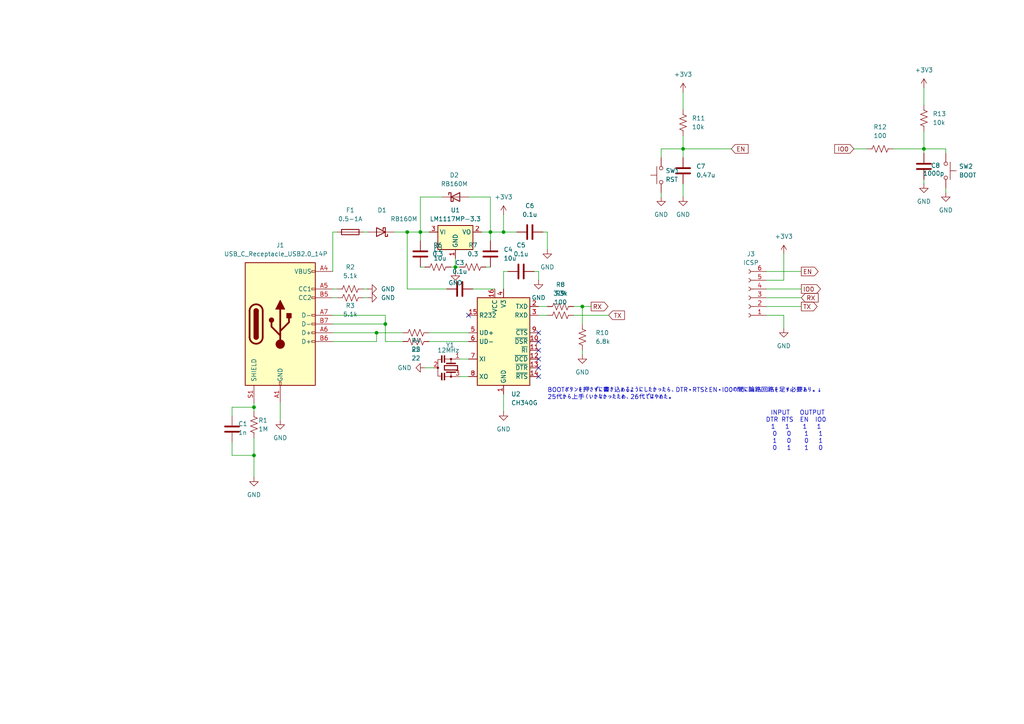
<source format=kicad_sch>
(kicad_sch
	(version 20231120)
	(generator "eeschema")
	(generator_version "8.0")
	(uuid "36f97cbd-7aa7-4209-89e1-16f43bdb7e21")
	(paper "A4")
	(lib_symbols
		(symbol "Connector:Conn_01x06_Socket"
			(pin_names
				(offset 1.016) hide)
			(exclude_from_sim no)
			(in_bom yes)
			(on_board yes)
			(property "Reference" "J"
				(at 0 7.62 0)
				(effects
					(font
						(size 1.27 1.27)
					)
				)
			)
			(property "Value" "Conn_01x06_Socket"
				(at 0 -10.16 0)
				(effects
					(font
						(size 1.27 1.27)
					)
				)
			)
			(property "Footprint" ""
				(at 0 0 0)
				(effects
					(font
						(size 1.27 1.27)
					)
					(hide yes)
				)
			)
			(property "Datasheet" "~"
				(at 0 0 0)
				(effects
					(font
						(size 1.27 1.27)
					)
					(hide yes)
				)
			)
			(property "Description" "Generic connector, single row, 01x06, script generated"
				(at 0 0 0)
				(effects
					(font
						(size 1.27 1.27)
					)
					(hide yes)
				)
			)
			(property "ki_locked" ""
				(at 0 0 0)
				(effects
					(font
						(size 1.27 1.27)
					)
				)
			)
			(property "ki_keywords" "connector"
				(at 0 0 0)
				(effects
					(font
						(size 1.27 1.27)
					)
					(hide yes)
				)
			)
			(property "ki_fp_filters" "Connector*:*_1x??_*"
				(at 0 0 0)
				(effects
					(font
						(size 1.27 1.27)
					)
					(hide yes)
				)
			)
			(symbol "Conn_01x06_Socket_1_1"
				(arc
					(start 0 -7.112)
					(mid -0.5058 -7.62)
					(end 0 -8.128)
					(stroke
						(width 0.1524)
						(type default)
					)
					(fill
						(type none)
					)
				)
				(arc
					(start 0 -4.572)
					(mid -0.5058 -5.08)
					(end 0 -5.588)
					(stroke
						(width 0.1524)
						(type default)
					)
					(fill
						(type none)
					)
				)
				(arc
					(start 0 -2.032)
					(mid -0.5058 -2.54)
					(end 0 -3.048)
					(stroke
						(width 0.1524)
						(type default)
					)
					(fill
						(type none)
					)
				)
				(polyline
					(pts
						(xy -1.27 -7.62) (xy -0.508 -7.62)
					)
					(stroke
						(width 0.1524)
						(type default)
					)
					(fill
						(type none)
					)
				)
				(polyline
					(pts
						(xy -1.27 -5.08) (xy -0.508 -5.08)
					)
					(stroke
						(width 0.1524)
						(type default)
					)
					(fill
						(type none)
					)
				)
				(polyline
					(pts
						(xy -1.27 -2.54) (xy -0.508 -2.54)
					)
					(stroke
						(width 0.1524)
						(type default)
					)
					(fill
						(type none)
					)
				)
				(polyline
					(pts
						(xy -1.27 0) (xy -0.508 0)
					)
					(stroke
						(width 0.1524)
						(type default)
					)
					(fill
						(type none)
					)
				)
				(polyline
					(pts
						(xy -1.27 2.54) (xy -0.508 2.54)
					)
					(stroke
						(width 0.1524)
						(type default)
					)
					(fill
						(type none)
					)
				)
				(polyline
					(pts
						(xy -1.27 5.08) (xy -0.508 5.08)
					)
					(stroke
						(width 0.1524)
						(type default)
					)
					(fill
						(type none)
					)
				)
				(arc
					(start 0 0.508)
					(mid -0.5058 0)
					(end 0 -0.508)
					(stroke
						(width 0.1524)
						(type default)
					)
					(fill
						(type none)
					)
				)
				(arc
					(start 0 3.048)
					(mid -0.5058 2.54)
					(end 0 2.032)
					(stroke
						(width 0.1524)
						(type default)
					)
					(fill
						(type none)
					)
				)
				(arc
					(start 0 5.588)
					(mid -0.5058 5.08)
					(end 0 4.572)
					(stroke
						(width 0.1524)
						(type default)
					)
					(fill
						(type none)
					)
				)
				(pin passive line
					(at -5.08 5.08 0)
					(length 3.81)
					(name "Pin_1"
						(effects
							(font
								(size 1.27 1.27)
							)
						)
					)
					(number "1"
						(effects
							(font
								(size 1.27 1.27)
							)
						)
					)
				)
				(pin passive line
					(at -5.08 2.54 0)
					(length 3.81)
					(name "Pin_2"
						(effects
							(font
								(size 1.27 1.27)
							)
						)
					)
					(number "2"
						(effects
							(font
								(size 1.27 1.27)
							)
						)
					)
				)
				(pin passive line
					(at -5.08 0 0)
					(length 3.81)
					(name "Pin_3"
						(effects
							(font
								(size 1.27 1.27)
							)
						)
					)
					(number "3"
						(effects
							(font
								(size 1.27 1.27)
							)
						)
					)
				)
				(pin passive line
					(at -5.08 -2.54 0)
					(length 3.81)
					(name "Pin_4"
						(effects
							(font
								(size 1.27 1.27)
							)
						)
					)
					(number "4"
						(effects
							(font
								(size 1.27 1.27)
							)
						)
					)
				)
				(pin passive line
					(at -5.08 -5.08 0)
					(length 3.81)
					(name "Pin_5"
						(effects
							(font
								(size 1.27 1.27)
							)
						)
					)
					(number "5"
						(effects
							(font
								(size 1.27 1.27)
							)
						)
					)
				)
				(pin passive line
					(at -5.08 -7.62 0)
					(length 3.81)
					(name "Pin_6"
						(effects
							(font
								(size 1.27 1.27)
							)
						)
					)
					(number "6"
						(effects
							(font
								(size 1.27 1.27)
							)
						)
					)
				)
			)
		)
		(symbol "Connector:USB_C_Receptacle_USB2.0_14P"
			(pin_names
				(offset 1.016)
			)
			(exclude_from_sim no)
			(in_bom yes)
			(on_board yes)
			(property "Reference" "J"
				(at 0 22.225 0)
				(effects
					(font
						(size 1.27 1.27)
					)
				)
			)
			(property "Value" "USB_C_Receptacle_USB2.0_14P"
				(at 0 19.685 0)
				(effects
					(font
						(size 1.27 1.27)
					)
				)
			)
			(property "Footprint" ""
				(at 3.81 0 0)
				(effects
					(font
						(size 1.27 1.27)
					)
					(hide yes)
				)
			)
			(property "Datasheet" "https://www.usb.org/sites/default/files/documents/usb_type-c.zip"
				(at 3.81 0 0)
				(effects
					(font
						(size 1.27 1.27)
					)
					(hide yes)
				)
			)
			(property "Description" "USB 2.0-only 14P Type-C Receptacle connector"
				(at 0 0 0)
				(effects
					(font
						(size 1.27 1.27)
					)
					(hide yes)
				)
			)
			(property "ki_keywords" "usb universal serial bus type-C USB2.0"
				(at 0 0 0)
				(effects
					(font
						(size 1.27 1.27)
					)
					(hide yes)
				)
			)
			(property "ki_fp_filters" "USB*C*Receptacle*"
				(at 0 0 0)
				(effects
					(font
						(size 1.27 1.27)
					)
					(hide yes)
				)
			)
			(symbol "USB_C_Receptacle_USB2.0_14P_0_0"
				(rectangle
					(start -0.254 -17.78)
					(end 0.254 -16.764)
					(stroke
						(width 0)
						(type default)
					)
					(fill
						(type none)
					)
				)
				(rectangle
					(start 10.16 -4.826)
					(end 9.144 -5.334)
					(stroke
						(width 0)
						(type default)
					)
					(fill
						(type none)
					)
				)
				(rectangle
					(start 10.16 -2.286)
					(end 9.144 -2.794)
					(stroke
						(width 0)
						(type default)
					)
					(fill
						(type none)
					)
				)
				(rectangle
					(start 10.16 0.254)
					(end 9.144 -0.254)
					(stroke
						(width 0)
						(type default)
					)
					(fill
						(type none)
					)
				)
				(rectangle
					(start 10.16 2.794)
					(end 9.144 2.286)
					(stroke
						(width 0)
						(type default)
					)
					(fill
						(type none)
					)
				)
				(rectangle
					(start 10.16 7.874)
					(end 9.144 7.366)
					(stroke
						(width 0)
						(type default)
					)
					(fill
						(type none)
					)
				)
				(rectangle
					(start 10.16 10.414)
					(end 9.144 9.906)
					(stroke
						(width 0)
						(type default)
					)
					(fill
						(type none)
					)
				)
				(rectangle
					(start 10.16 15.494)
					(end 9.144 14.986)
					(stroke
						(width 0)
						(type default)
					)
					(fill
						(type none)
					)
				)
			)
			(symbol "USB_C_Receptacle_USB2.0_14P_0_1"
				(rectangle
					(start -10.16 17.78)
					(end 10.16 -17.78)
					(stroke
						(width 0.254)
						(type default)
					)
					(fill
						(type background)
					)
				)
				(arc
					(start -8.89 -3.81)
					(mid -6.985 -5.7067)
					(end -5.08 -3.81)
					(stroke
						(width 0.508)
						(type default)
					)
					(fill
						(type none)
					)
				)
				(arc
					(start -7.62 -3.81)
					(mid -6.985 -4.4423)
					(end -6.35 -3.81)
					(stroke
						(width 0.254)
						(type default)
					)
					(fill
						(type none)
					)
				)
				(arc
					(start -7.62 -3.81)
					(mid -6.985 -4.4423)
					(end -6.35 -3.81)
					(stroke
						(width 0.254)
						(type default)
					)
					(fill
						(type outline)
					)
				)
				(rectangle
					(start -7.62 -3.81)
					(end -6.35 3.81)
					(stroke
						(width 0.254)
						(type default)
					)
					(fill
						(type outline)
					)
				)
				(arc
					(start -6.35 3.81)
					(mid -6.985 4.4423)
					(end -7.62 3.81)
					(stroke
						(width 0.254)
						(type default)
					)
					(fill
						(type none)
					)
				)
				(arc
					(start -6.35 3.81)
					(mid -6.985 4.4423)
					(end -7.62 3.81)
					(stroke
						(width 0.254)
						(type default)
					)
					(fill
						(type outline)
					)
				)
				(arc
					(start -5.08 3.81)
					(mid -6.985 5.7067)
					(end -8.89 3.81)
					(stroke
						(width 0.508)
						(type default)
					)
					(fill
						(type none)
					)
				)
				(circle
					(center -2.54 1.143)
					(radius 0.635)
					(stroke
						(width 0.254)
						(type default)
					)
					(fill
						(type outline)
					)
				)
				(circle
					(center 0 -5.842)
					(radius 1.27)
					(stroke
						(width 0)
						(type default)
					)
					(fill
						(type outline)
					)
				)
				(polyline
					(pts
						(xy -8.89 -3.81) (xy -8.89 3.81)
					)
					(stroke
						(width 0.508)
						(type default)
					)
					(fill
						(type none)
					)
				)
				(polyline
					(pts
						(xy -5.08 3.81) (xy -5.08 -3.81)
					)
					(stroke
						(width 0.508)
						(type default)
					)
					(fill
						(type none)
					)
				)
				(polyline
					(pts
						(xy 0 -5.842) (xy 0 4.318)
					)
					(stroke
						(width 0.508)
						(type default)
					)
					(fill
						(type none)
					)
				)
				(polyline
					(pts
						(xy 0 -3.302) (xy -2.54 -0.762) (xy -2.54 0.508)
					)
					(stroke
						(width 0.508)
						(type default)
					)
					(fill
						(type none)
					)
				)
				(polyline
					(pts
						(xy 0 -2.032) (xy 2.54 0.508) (xy 2.54 1.778)
					)
					(stroke
						(width 0.508)
						(type default)
					)
					(fill
						(type none)
					)
				)
				(polyline
					(pts
						(xy -1.27 4.318) (xy 0 6.858) (xy 1.27 4.318) (xy -1.27 4.318)
					)
					(stroke
						(width 0.254)
						(type default)
					)
					(fill
						(type outline)
					)
				)
				(rectangle
					(start 1.905 1.778)
					(end 3.175 3.048)
					(stroke
						(width 0.254)
						(type default)
					)
					(fill
						(type outline)
					)
				)
			)
			(symbol "USB_C_Receptacle_USB2.0_14P_1_1"
				(pin passive line
					(at 0 -22.86 90)
					(length 5.08)
					(name "GND"
						(effects
							(font
								(size 1.27 1.27)
							)
						)
					)
					(number "A1"
						(effects
							(font
								(size 1.27 1.27)
							)
						)
					)
				)
				(pin passive line
					(at 0 -22.86 90)
					(length 5.08) hide
					(name "GND"
						(effects
							(font
								(size 1.27 1.27)
							)
						)
					)
					(number "A12"
						(effects
							(font
								(size 1.27 1.27)
							)
						)
					)
				)
				(pin passive line
					(at 15.24 15.24 180)
					(length 5.08)
					(name "VBUS"
						(effects
							(font
								(size 1.27 1.27)
							)
						)
					)
					(number "A4"
						(effects
							(font
								(size 1.27 1.27)
							)
						)
					)
				)
				(pin bidirectional line
					(at 15.24 10.16 180)
					(length 5.08)
					(name "CC1"
						(effects
							(font
								(size 1.27 1.27)
							)
						)
					)
					(number "A5"
						(effects
							(font
								(size 1.27 1.27)
							)
						)
					)
				)
				(pin bidirectional line
					(at 15.24 -2.54 180)
					(length 5.08)
					(name "D+"
						(effects
							(font
								(size 1.27 1.27)
							)
						)
					)
					(number "A6"
						(effects
							(font
								(size 1.27 1.27)
							)
						)
					)
				)
				(pin bidirectional line
					(at 15.24 2.54 180)
					(length 5.08)
					(name "D-"
						(effects
							(font
								(size 1.27 1.27)
							)
						)
					)
					(number "A7"
						(effects
							(font
								(size 1.27 1.27)
							)
						)
					)
				)
				(pin passive line
					(at 15.24 15.24 180)
					(length 5.08) hide
					(name "VBUS"
						(effects
							(font
								(size 1.27 1.27)
							)
						)
					)
					(number "A9"
						(effects
							(font
								(size 1.27 1.27)
							)
						)
					)
				)
				(pin passive line
					(at 0 -22.86 90)
					(length 5.08) hide
					(name "GND"
						(effects
							(font
								(size 1.27 1.27)
							)
						)
					)
					(number "B1"
						(effects
							(font
								(size 1.27 1.27)
							)
						)
					)
				)
				(pin passive line
					(at 0 -22.86 90)
					(length 5.08) hide
					(name "GND"
						(effects
							(font
								(size 1.27 1.27)
							)
						)
					)
					(number "B12"
						(effects
							(font
								(size 1.27 1.27)
							)
						)
					)
				)
				(pin passive line
					(at 15.24 15.24 180)
					(length 5.08) hide
					(name "VBUS"
						(effects
							(font
								(size 1.27 1.27)
							)
						)
					)
					(number "B4"
						(effects
							(font
								(size 1.27 1.27)
							)
						)
					)
				)
				(pin bidirectional line
					(at 15.24 7.62 180)
					(length 5.08)
					(name "CC2"
						(effects
							(font
								(size 1.27 1.27)
							)
						)
					)
					(number "B5"
						(effects
							(font
								(size 1.27 1.27)
							)
						)
					)
				)
				(pin bidirectional line
					(at 15.24 -5.08 180)
					(length 5.08)
					(name "D+"
						(effects
							(font
								(size 1.27 1.27)
							)
						)
					)
					(number "B6"
						(effects
							(font
								(size 1.27 1.27)
							)
						)
					)
				)
				(pin bidirectional line
					(at 15.24 0 180)
					(length 5.08)
					(name "D-"
						(effects
							(font
								(size 1.27 1.27)
							)
						)
					)
					(number "B7"
						(effects
							(font
								(size 1.27 1.27)
							)
						)
					)
				)
				(pin passive line
					(at 15.24 15.24 180)
					(length 5.08) hide
					(name "VBUS"
						(effects
							(font
								(size 1.27 1.27)
							)
						)
					)
					(number "B9"
						(effects
							(font
								(size 1.27 1.27)
							)
						)
					)
				)
				(pin passive line
					(at -7.62 -22.86 90)
					(length 5.08)
					(name "SHIELD"
						(effects
							(font
								(size 1.27 1.27)
							)
						)
					)
					(number "S1"
						(effects
							(font
								(size 1.27 1.27)
							)
						)
					)
				)
			)
		)
		(symbol "Device:C"
			(pin_numbers hide)
			(pin_names
				(offset 0.254)
			)
			(exclude_from_sim no)
			(in_bom yes)
			(on_board yes)
			(property "Reference" "C"
				(at 0.635 2.54 0)
				(effects
					(font
						(size 1.27 1.27)
					)
					(justify left)
				)
			)
			(property "Value" "C"
				(at 0.635 -2.54 0)
				(effects
					(font
						(size 1.27 1.27)
					)
					(justify left)
				)
			)
			(property "Footprint" ""
				(at 0.9652 -3.81 0)
				(effects
					(font
						(size 1.27 1.27)
					)
					(hide yes)
				)
			)
			(property "Datasheet" "~"
				(at 0 0 0)
				(effects
					(font
						(size 1.27 1.27)
					)
					(hide yes)
				)
			)
			(property "Description" "Unpolarized capacitor"
				(at 0 0 0)
				(effects
					(font
						(size 1.27 1.27)
					)
					(hide yes)
				)
			)
			(property "ki_keywords" "cap capacitor"
				(at 0 0 0)
				(effects
					(font
						(size 1.27 1.27)
					)
					(hide yes)
				)
			)
			(property "ki_fp_filters" "C_*"
				(at 0 0 0)
				(effects
					(font
						(size 1.27 1.27)
					)
					(hide yes)
				)
			)
			(symbol "C_0_1"
				(polyline
					(pts
						(xy -2.032 -0.762) (xy 2.032 -0.762)
					)
					(stroke
						(width 0.508)
						(type default)
					)
					(fill
						(type none)
					)
				)
				(polyline
					(pts
						(xy -2.032 0.762) (xy 2.032 0.762)
					)
					(stroke
						(width 0.508)
						(type default)
					)
					(fill
						(type none)
					)
				)
			)
			(symbol "C_1_1"
				(pin passive line
					(at 0 3.81 270)
					(length 2.794)
					(name "~"
						(effects
							(font
								(size 1.27 1.27)
							)
						)
					)
					(number "1"
						(effects
							(font
								(size 1.27 1.27)
							)
						)
					)
				)
				(pin passive line
					(at 0 -3.81 90)
					(length 2.794)
					(name "~"
						(effects
							(font
								(size 1.27 1.27)
							)
						)
					)
					(number "2"
						(effects
							(font
								(size 1.27 1.27)
							)
						)
					)
				)
			)
		)
		(symbol "Device:D_Schottky"
			(pin_numbers hide)
			(pin_names
				(offset 1.016) hide)
			(exclude_from_sim no)
			(in_bom yes)
			(on_board yes)
			(property "Reference" "D"
				(at 0 2.54 0)
				(effects
					(font
						(size 1.27 1.27)
					)
				)
			)
			(property "Value" "D_Schottky"
				(at 0 -2.54 0)
				(effects
					(font
						(size 1.27 1.27)
					)
				)
			)
			(property "Footprint" ""
				(at 0 0 0)
				(effects
					(font
						(size 1.27 1.27)
					)
					(hide yes)
				)
			)
			(property "Datasheet" "~"
				(at 0 0 0)
				(effects
					(font
						(size 1.27 1.27)
					)
					(hide yes)
				)
			)
			(property "Description" "Schottky diode"
				(at 0 0 0)
				(effects
					(font
						(size 1.27 1.27)
					)
					(hide yes)
				)
			)
			(property "ki_keywords" "diode Schottky"
				(at 0 0 0)
				(effects
					(font
						(size 1.27 1.27)
					)
					(hide yes)
				)
			)
			(property "ki_fp_filters" "TO-???* *_Diode_* *SingleDiode* D_*"
				(at 0 0 0)
				(effects
					(font
						(size 1.27 1.27)
					)
					(hide yes)
				)
			)
			(symbol "D_Schottky_0_1"
				(polyline
					(pts
						(xy 1.27 0) (xy -1.27 0)
					)
					(stroke
						(width 0)
						(type default)
					)
					(fill
						(type none)
					)
				)
				(polyline
					(pts
						(xy 1.27 1.27) (xy 1.27 -1.27) (xy -1.27 0) (xy 1.27 1.27)
					)
					(stroke
						(width 0.254)
						(type default)
					)
					(fill
						(type none)
					)
				)
				(polyline
					(pts
						(xy -1.905 0.635) (xy -1.905 1.27) (xy -1.27 1.27) (xy -1.27 -1.27) (xy -0.635 -1.27) (xy -0.635 -0.635)
					)
					(stroke
						(width 0.254)
						(type default)
					)
					(fill
						(type none)
					)
				)
			)
			(symbol "D_Schottky_1_1"
				(pin passive line
					(at -3.81 0 0)
					(length 2.54)
					(name "K"
						(effects
							(font
								(size 1.27 1.27)
							)
						)
					)
					(number "1"
						(effects
							(font
								(size 1.27 1.27)
							)
						)
					)
				)
				(pin passive line
					(at 3.81 0 180)
					(length 2.54)
					(name "A"
						(effects
							(font
								(size 1.27 1.27)
							)
						)
					)
					(number "2"
						(effects
							(font
								(size 1.27 1.27)
							)
						)
					)
				)
			)
		)
		(symbol "Device:Fuse"
			(pin_numbers hide)
			(pin_names
				(offset 0)
			)
			(exclude_from_sim no)
			(in_bom yes)
			(on_board yes)
			(property "Reference" "F"
				(at 2.032 0 90)
				(effects
					(font
						(size 1.27 1.27)
					)
				)
			)
			(property "Value" "Fuse"
				(at -1.905 0 90)
				(effects
					(font
						(size 1.27 1.27)
					)
				)
			)
			(property "Footprint" ""
				(at -1.778 0 90)
				(effects
					(font
						(size 1.27 1.27)
					)
					(hide yes)
				)
			)
			(property "Datasheet" "~"
				(at 0 0 0)
				(effects
					(font
						(size 1.27 1.27)
					)
					(hide yes)
				)
			)
			(property "Description" "Fuse"
				(at 0 0 0)
				(effects
					(font
						(size 1.27 1.27)
					)
					(hide yes)
				)
			)
			(property "ki_keywords" "fuse"
				(at 0 0 0)
				(effects
					(font
						(size 1.27 1.27)
					)
					(hide yes)
				)
			)
			(property "ki_fp_filters" "*Fuse*"
				(at 0 0 0)
				(effects
					(font
						(size 1.27 1.27)
					)
					(hide yes)
				)
			)
			(symbol "Fuse_0_1"
				(rectangle
					(start -0.762 -2.54)
					(end 0.762 2.54)
					(stroke
						(width 0.254)
						(type default)
					)
					(fill
						(type none)
					)
				)
				(polyline
					(pts
						(xy 0 2.54) (xy 0 -2.54)
					)
					(stroke
						(width 0)
						(type default)
					)
					(fill
						(type none)
					)
				)
			)
			(symbol "Fuse_1_1"
				(pin passive line
					(at 0 3.81 270)
					(length 1.27)
					(name "~"
						(effects
							(font
								(size 1.27 1.27)
							)
						)
					)
					(number "1"
						(effects
							(font
								(size 1.27 1.27)
							)
						)
					)
				)
				(pin passive line
					(at 0 -3.81 90)
					(length 1.27)
					(name "~"
						(effects
							(font
								(size 1.27 1.27)
							)
						)
					)
					(number "2"
						(effects
							(font
								(size 1.27 1.27)
							)
						)
					)
				)
			)
		)
		(symbol "Device:R_US"
			(pin_numbers hide)
			(pin_names
				(offset 0)
			)
			(exclude_from_sim no)
			(in_bom yes)
			(on_board yes)
			(property "Reference" "R"
				(at 2.54 0 90)
				(effects
					(font
						(size 1.27 1.27)
					)
				)
			)
			(property "Value" "R_US"
				(at -2.54 0 90)
				(effects
					(font
						(size 1.27 1.27)
					)
				)
			)
			(property "Footprint" ""
				(at 1.016 -0.254 90)
				(effects
					(font
						(size 1.27 1.27)
					)
					(hide yes)
				)
			)
			(property "Datasheet" "~"
				(at 0 0 0)
				(effects
					(font
						(size 1.27 1.27)
					)
					(hide yes)
				)
			)
			(property "Description" "Resistor, US symbol"
				(at 0 0 0)
				(effects
					(font
						(size 1.27 1.27)
					)
					(hide yes)
				)
			)
			(property "ki_keywords" "R res resistor"
				(at 0 0 0)
				(effects
					(font
						(size 1.27 1.27)
					)
					(hide yes)
				)
			)
			(property "ki_fp_filters" "R_*"
				(at 0 0 0)
				(effects
					(font
						(size 1.27 1.27)
					)
					(hide yes)
				)
			)
			(symbol "R_US_0_1"
				(polyline
					(pts
						(xy 0 -2.286) (xy 0 -2.54)
					)
					(stroke
						(width 0)
						(type default)
					)
					(fill
						(type none)
					)
				)
				(polyline
					(pts
						(xy 0 2.286) (xy 0 2.54)
					)
					(stroke
						(width 0)
						(type default)
					)
					(fill
						(type none)
					)
				)
				(polyline
					(pts
						(xy 0 -0.762) (xy 1.016 -1.143) (xy 0 -1.524) (xy -1.016 -1.905) (xy 0 -2.286)
					)
					(stroke
						(width 0)
						(type default)
					)
					(fill
						(type none)
					)
				)
				(polyline
					(pts
						(xy 0 0.762) (xy 1.016 0.381) (xy 0 0) (xy -1.016 -0.381) (xy 0 -0.762)
					)
					(stroke
						(width 0)
						(type default)
					)
					(fill
						(type none)
					)
				)
				(polyline
					(pts
						(xy 0 2.286) (xy 1.016 1.905) (xy 0 1.524) (xy -1.016 1.143) (xy 0 0.762)
					)
					(stroke
						(width 0)
						(type default)
					)
					(fill
						(type none)
					)
				)
			)
			(symbol "R_US_1_1"
				(pin passive line
					(at 0 3.81 270)
					(length 1.27)
					(name "~"
						(effects
							(font
								(size 1.27 1.27)
							)
						)
					)
					(number "1"
						(effects
							(font
								(size 1.27 1.27)
							)
						)
					)
				)
				(pin passive line
					(at 0 -3.81 90)
					(length 1.27)
					(name "~"
						(effects
							(font
								(size 1.27 1.27)
							)
						)
					)
					(number "2"
						(effects
							(font
								(size 1.27 1.27)
							)
						)
					)
				)
			)
		)
		(symbol "Device:Resonator_Small"
			(pin_names
				(offset 1.016) hide)
			(exclude_from_sim no)
			(in_bom yes)
			(on_board yes)
			(property "Reference" "Y"
				(at 3.175 1.905 0)
				(effects
					(font
						(size 1.27 1.27)
					)
					(justify left)
				)
			)
			(property "Value" "Resonator_Small"
				(at 3.175 0 0)
				(effects
					(font
						(size 1.27 1.27)
					)
					(justify left)
				)
			)
			(property "Footprint" ""
				(at -0.635 0 0)
				(effects
					(font
						(size 1.27 1.27)
					)
					(hide yes)
				)
			)
			(property "Datasheet" "~"
				(at -0.635 0 0)
				(effects
					(font
						(size 1.27 1.27)
					)
					(hide yes)
				)
			)
			(property "Description" "Three pin ceramic resonator, small symbol"
				(at 0 0 0)
				(effects
					(font
						(size 1.27 1.27)
					)
					(hide yes)
				)
			)
			(property "ki_keywords" "ceramic resonator"
				(at 0 0 0)
				(effects
					(font
						(size 1.27 1.27)
					)
					(hide yes)
				)
			)
			(property "ki_fp_filters" "Filter* Resonator*"
				(at 0 0 0)
				(effects
					(font
						(size 1.27 1.27)
					)
					(hide yes)
				)
			)
			(symbol "Resonator_Small_0_1"
				(rectangle
					(start -3.556 -2.54)
					(end -1.524 -2.794)
					(stroke
						(width 0)
						(type default)
					)
					(fill
						(type outline)
					)
				)
				(rectangle
					(start -3.556 -1.778)
					(end -1.524 -2.032)
					(stroke
						(width 0)
						(type default)
					)
					(fill
						(type outline)
					)
				)
				(circle
					(center -2.54 0)
					(radius 0.254)
					(stroke
						(width 0)
						(type default)
					)
					(fill
						(type outline)
					)
				)
				(rectangle
					(start -0.635 1.905)
					(end 0.635 -1.905)
					(stroke
						(width 0.3048)
						(type default)
					)
					(fill
						(type none)
					)
				)
				(circle
					(center 0 -3.81)
					(radius 0.254)
					(stroke
						(width 0)
						(type default)
					)
					(fill
						(type outline)
					)
				)
				(polyline
					(pts
						(xy -2.54 -1.778) (xy -2.54 0)
					)
					(stroke
						(width 0)
						(type default)
					)
					(fill
						(type none)
					)
				)
				(polyline
					(pts
						(xy -2.54 0) (xy -1.397 0)
					)
					(stroke
						(width 0)
						(type default)
					)
					(fill
						(type none)
					)
				)
				(polyline
					(pts
						(xy -2.54 1.27) (xy -2.54 0)
					)
					(stroke
						(width 0)
						(type default)
					)
					(fill
						(type none)
					)
				)
				(polyline
					(pts
						(xy -1.27 -1.27) (xy -1.27 1.27)
					)
					(stroke
						(width 0.381)
						(type default)
					)
					(fill
						(type none)
					)
				)
				(polyline
					(pts
						(xy 1.27 -1.27) (xy 1.27 1.27)
					)
					(stroke
						(width 0.381)
						(type default)
					)
					(fill
						(type none)
					)
				)
				(polyline
					(pts
						(xy 1.27 0) (xy 2.54 0)
					)
					(stroke
						(width 0)
						(type default)
					)
					(fill
						(type none)
					)
				)
				(polyline
					(pts
						(xy 2.54 0) (xy 2.54 -1.778)
					)
					(stroke
						(width 0)
						(type default)
					)
					(fill
						(type none)
					)
				)
				(polyline
					(pts
						(xy 2.54 1.27) (xy 2.54 0)
					)
					(stroke
						(width 0)
						(type default)
					)
					(fill
						(type none)
					)
				)
				(polyline
					(pts
						(xy 2.413 -2.794) (xy 2.413 -3.81) (xy -2.413 -3.81) (xy -2.413 -2.667)
					)
					(stroke
						(width 0)
						(type default)
					)
					(fill
						(type none)
					)
				)
				(rectangle
					(start 1.524 -2.54)
					(end 3.556 -2.794)
					(stroke
						(width 0)
						(type default)
					)
					(fill
						(type outline)
					)
				)
				(rectangle
					(start 1.524 -1.778)
					(end 3.556 -2.032)
					(stroke
						(width 0)
						(type default)
					)
					(fill
						(type outline)
					)
				)
				(circle
					(center 2.54 0)
					(radius 0.254)
					(stroke
						(width 0)
						(type default)
					)
					(fill
						(type outline)
					)
				)
			)
			(symbol "Resonator_Small_1_1"
				(pin passive line
					(at -2.54 2.54 270)
					(length 1.27)
					(name "1"
						(effects
							(font
								(size 1.27 1.27)
							)
						)
					)
					(number "1"
						(effects
							(font
								(size 1.27 1.27)
							)
						)
					)
				)
				(pin passive line
					(at 0 -5.08 90)
					(length 1.27)
					(name "2"
						(effects
							(font
								(size 1.27 1.27)
							)
						)
					)
					(number "2"
						(effects
							(font
								(size 1.27 1.27)
							)
						)
					)
				)
				(pin passive line
					(at 2.54 2.54 270)
					(length 1.27)
					(name "3"
						(effects
							(font
								(size 1.27 1.27)
							)
						)
					)
					(number "3"
						(effects
							(font
								(size 1.27 1.27)
							)
						)
					)
				)
			)
		)
		(symbol "Interface_USB:CH340G"
			(exclude_from_sim no)
			(in_bom yes)
			(on_board yes)
			(property "Reference" "U"
				(at -5.08 13.97 0)
				(effects
					(font
						(size 1.27 1.27)
					)
					(justify right)
				)
			)
			(property "Value" "CH340G"
				(at 1.27 13.97 0)
				(effects
					(font
						(size 1.27 1.27)
					)
					(justify left)
				)
			)
			(property "Footprint" "Package_SO:SOIC-16_3.9x9.9mm_P1.27mm"
				(at 1.27 -13.97 0)
				(effects
					(font
						(size 1.27 1.27)
					)
					(justify left)
					(hide yes)
				)
			)
			(property "Datasheet" "http://www.datasheet5.com/pdf-local-2195953"
				(at -8.89 20.32 0)
				(effects
					(font
						(size 1.27 1.27)
					)
					(hide yes)
				)
			)
			(property "Description" "USB serial converter, UART, SOIC-16"
				(at 0 0 0)
				(effects
					(font
						(size 1.27 1.27)
					)
					(hide yes)
				)
			)
			(property "ki_keywords" "USB UART Serial Converter Interface"
				(at 0 0 0)
				(effects
					(font
						(size 1.27 1.27)
					)
					(hide yes)
				)
			)
			(property "ki_fp_filters" "SOIC*3.9x9.9mm*P1.27mm*"
				(at 0 0 0)
				(effects
					(font
						(size 1.27 1.27)
					)
					(hide yes)
				)
			)
			(symbol "CH340G_0_1"
				(rectangle
					(start -7.62 12.7)
					(end 7.62 -12.7)
					(stroke
						(width 0.254)
						(type default)
					)
					(fill
						(type background)
					)
				)
			)
			(symbol "CH340G_1_1"
				(pin power_in line
					(at 0 -15.24 90)
					(length 2.54)
					(name "GND"
						(effects
							(font
								(size 1.27 1.27)
							)
						)
					)
					(number "1"
						(effects
							(font
								(size 1.27 1.27)
							)
						)
					)
				)
				(pin input line
					(at 10.16 0 180)
					(length 2.54)
					(name "~{DSR}"
						(effects
							(font
								(size 1.27 1.27)
							)
						)
					)
					(number "10"
						(effects
							(font
								(size 1.27 1.27)
							)
						)
					)
				)
				(pin input line
					(at 10.16 -2.54 180)
					(length 2.54)
					(name "~{RI}"
						(effects
							(font
								(size 1.27 1.27)
							)
						)
					)
					(number "11"
						(effects
							(font
								(size 1.27 1.27)
							)
						)
					)
				)
				(pin input line
					(at 10.16 -5.08 180)
					(length 2.54)
					(name "~{DCD}"
						(effects
							(font
								(size 1.27 1.27)
							)
						)
					)
					(number "12"
						(effects
							(font
								(size 1.27 1.27)
							)
						)
					)
				)
				(pin output line
					(at 10.16 -7.62 180)
					(length 2.54)
					(name "~{DTR}"
						(effects
							(font
								(size 1.27 1.27)
							)
						)
					)
					(number "13"
						(effects
							(font
								(size 1.27 1.27)
							)
						)
					)
				)
				(pin output line
					(at 10.16 -10.16 180)
					(length 2.54)
					(name "~{RTS}"
						(effects
							(font
								(size 1.27 1.27)
							)
						)
					)
					(number "14"
						(effects
							(font
								(size 1.27 1.27)
							)
						)
					)
				)
				(pin input line
					(at -10.16 7.62 0)
					(length 2.54)
					(name "R232"
						(effects
							(font
								(size 1.27 1.27)
							)
						)
					)
					(number "15"
						(effects
							(font
								(size 1.27 1.27)
							)
						)
					)
				)
				(pin power_in line
					(at -2.54 15.24 270)
					(length 2.54)
					(name "VCC"
						(effects
							(font
								(size 1.27 1.27)
							)
						)
					)
					(number "16"
						(effects
							(font
								(size 1.27 1.27)
							)
						)
					)
				)
				(pin output line
					(at 10.16 10.16 180)
					(length 2.54)
					(name "TXD"
						(effects
							(font
								(size 1.27 1.27)
							)
						)
					)
					(number "2"
						(effects
							(font
								(size 1.27 1.27)
							)
						)
					)
				)
				(pin input line
					(at 10.16 7.62 180)
					(length 2.54)
					(name "RXD"
						(effects
							(font
								(size 1.27 1.27)
							)
						)
					)
					(number "3"
						(effects
							(font
								(size 1.27 1.27)
							)
						)
					)
				)
				(pin power_out line
					(at 0 15.24 270)
					(length 2.54)
					(name "V3"
						(effects
							(font
								(size 1.27 1.27)
							)
						)
					)
					(number "4"
						(effects
							(font
								(size 1.27 1.27)
							)
						)
					)
				)
				(pin bidirectional line
					(at -10.16 2.54 0)
					(length 2.54)
					(name "UD+"
						(effects
							(font
								(size 1.27 1.27)
							)
						)
					)
					(number "5"
						(effects
							(font
								(size 1.27 1.27)
							)
						)
					)
				)
				(pin bidirectional line
					(at -10.16 0 0)
					(length 2.54)
					(name "UD-"
						(effects
							(font
								(size 1.27 1.27)
							)
						)
					)
					(number "6"
						(effects
							(font
								(size 1.27 1.27)
							)
						)
					)
				)
				(pin input line
					(at -10.16 -5.08 0)
					(length 2.54)
					(name "XI"
						(effects
							(font
								(size 1.27 1.27)
							)
						)
					)
					(number "7"
						(effects
							(font
								(size 1.27 1.27)
							)
						)
					)
				)
				(pin output line
					(at -10.16 -10.16 0)
					(length 2.54)
					(name "XO"
						(effects
							(font
								(size 1.27 1.27)
							)
						)
					)
					(number "8"
						(effects
							(font
								(size 1.27 1.27)
							)
						)
					)
				)
				(pin input line
					(at 10.16 2.54 180)
					(length 2.54)
					(name "~{CTS}"
						(effects
							(font
								(size 1.27 1.27)
							)
						)
					)
					(number "9"
						(effects
							(font
								(size 1.27 1.27)
							)
						)
					)
				)
			)
		)
		(symbol "Regulator_Linear:LM1117MP-3.3"
			(exclude_from_sim no)
			(in_bom yes)
			(on_board yes)
			(property "Reference" "U"
				(at -3.81 3.175 0)
				(effects
					(font
						(size 1.27 1.27)
					)
				)
			)
			(property "Value" "LM1117MP-3.3"
				(at 0 3.175 0)
				(effects
					(font
						(size 1.27 1.27)
					)
					(justify left)
				)
			)
			(property "Footprint" "Package_TO_SOT_SMD:SOT-223-3_TabPin2"
				(at 0 0 0)
				(effects
					(font
						(size 1.27 1.27)
					)
					(hide yes)
				)
			)
			(property "Datasheet" "http://www.ti.com/lit/ds/symlink/lm1117.pdf"
				(at 0 0 0)
				(effects
					(font
						(size 1.27 1.27)
					)
					(hide yes)
				)
			)
			(property "Description" "800mA Low-Dropout Linear Regulator, 3.3V fixed output, SOT-223"
				(at 0 0 0)
				(effects
					(font
						(size 1.27 1.27)
					)
					(hide yes)
				)
			)
			(property "ki_keywords" "linear regulator ldo fixed positive"
				(at 0 0 0)
				(effects
					(font
						(size 1.27 1.27)
					)
					(hide yes)
				)
			)
			(property "ki_fp_filters" "SOT?223*"
				(at 0 0 0)
				(effects
					(font
						(size 1.27 1.27)
					)
					(hide yes)
				)
			)
			(symbol "LM1117MP-3.3_0_1"
				(rectangle
					(start -5.08 -5.08)
					(end 5.08 1.905)
					(stroke
						(width 0.254)
						(type default)
					)
					(fill
						(type background)
					)
				)
			)
			(symbol "LM1117MP-3.3_1_1"
				(pin power_in line
					(at 0 -7.62 90)
					(length 2.54)
					(name "GND"
						(effects
							(font
								(size 1.27 1.27)
							)
						)
					)
					(number "1"
						(effects
							(font
								(size 1.27 1.27)
							)
						)
					)
				)
				(pin power_out line
					(at 7.62 0 180)
					(length 2.54)
					(name "VO"
						(effects
							(font
								(size 1.27 1.27)
							)
						)
					)
					(number "2"
						(effects
							(font
								(size 1.27 1.27)
							)
						)
					)
				)
				(pin power_in line
					(at -7.62 0 0)
					(length 2.54)
					(name "VI"
						(effects
							(font
								(size 1.27 1.27)
							)
						)
					)
					(number "3"
						(effects
							(font
								(size 1.27 1.27)
							)
						)
					)
				)
			)
		)
		(symbol "Switch:SW_Push"
			(pin_numbers hide)
			(pin_names
				(offset 1.016) hide)
			(exclude_from_sim no)
			(in_bom yes)
			(on_board yes)
			(property "Reference" "SW"
				(at 1.27 2.54 0)
				(effects
					(font
						(size 1.27 1.27)
					)
					(justify left)
				)
			)
			(property "Value" "SW_Push"
				(at 0 -1.524 0)
				(effects
					(font
						(size 1.27 1.27)
					)
				)
			)
			(property "Footprint" ""
				(at 0 5.08 0)
				(effects
					(font
						(size 1.27 1.27)
					)
					(hide yes)
				)
			)
			(property "Datasheet" "~"
				(at 0 5.08 0)
				(effects
					(font
						(size 1.27 1.27)
					)
					(hide yes)
				)
			)
			(property "Description" "Push button switch, generic, two pins"
				(at 0 0 0)
				(effects
					(font
						(size 1.27 1.27)
					)
					(hide yes)
				)
			)
			(property "ki_keywords" "switch normally-open pushbutton push-button"
				(at 0 0 0)
				(effects
					(font
						(size 1.27 1.27)
					)
					(hide yes)
				)
			)
			(symbol "SW_Push_0_1"
				(circle
					(center -2.032 0)
					(radius 0.508)
					(stroke
						(width 0)
						(type default)
					)
					(fill
						(type none)
					)
				)
				(polyline
					(pts
						(xy 0 1.27) (xy 0 3.048)
					)
					(stroke
						(width 0)
						(type default)
					)
					(fill
						(type none)
					)
				)
				(polyline
					(pts
						(xy 2.54 1.27) (xy -2.54 1.27)
					)
					(stroke
						(width 0)
						(type default)
					)
					(fill
						(type none)
					)
				)
				(circle
					(center 2.032 0)
					(radius 0.508)
					(stroke
						(width 0)
						(type default)
					)
					(fill
						(type none)
					)
				)
				(pin passive line
					(at -5.08 0 0)
					(length 2.54)
					(name "1"
						(effects
							(font
								(size 1.27 1.27)
							)
						)
					)
					(number "1"
						(effects
							(font
								(size 1.27 1.27)
							)
						)
					)
				)
				(pin passive line
					(at 5.08 0 180)
					(length 2.54)
					(name "2"
						(effects
							(font
								(size 1.27 1.27)
							)
						)
					)
					(number "2"
						(effects
							(font
								(size 1.27 1.27)
							)
						)
					)
				)
			)
		)
		(symbol "power:+3V3"
			(power)
			(pin_numbers hide)
			(pin_names
				(offset 0) hide)
			(exclude_from_sim no)
			(in_bom yes)
			(on_board yes)
			(property "Reference" "#PWR"
				(at 0 -3.81 0)
				(effects
					(font
						(size 1.27 1.27)
					)
					(hide yes)
				)
			)
			(property "Value" "+3V3"
				(at 0 3.556 0)
				(effects
					(font
						(size 1.27 1.27)
					)
				)
			)
			(property "Footprint" ""
				(at 0 0 0)
				(effects
					(font
						(size 1.27 1.27)
					)
					(hide yes)
				)
			)
			(property "Datasheet" ""
				(at 0 0 0)
				(effects
					(font
						(size 1.27 1.27)
					)
					(hide yes)
				)
			)
			(property "Description" "Power symbol creates a global label with name \"+3V3\""
				(at 0 0 0)
				(effects
					(font
						(size 1.27 1.27)
					)
					(hide yes)
				)
			)
			(property "ki_keywords" "global power"
				(at 0 0 0)
				(effects
					(font
						(size 1.27 1.27)
					)
					(hide yes)
				)
			)
			(symbol "+3V3_0_1"
				(polyline
					(pts
						(xy -0.762 1.27) (xy 0 2.54)
					)
					(stroke
						(width 0)
						(type default)
					)
					(fill
						(type none)
					)
				)
				(polyline
					(pts
						(xy 0 0) (xy 0 2.54)
					)
					(stroke
						(width 0)
						(type default)
					)
					(fill
						(type none)
					)
				)
				(polyline
					(pts
						(xy 0 2.54) (xy 0.762 1.27)
					)
					(stroke
						(width 0)
						(type default)
					)
					(fill
						(type none)
					)
				)
			)
			(symbol "+3V3_1_1"
				(pin power_in line
					(at 0 0 90)
					(length 0)
					(name "~"
						(effects
							(font
								(size 1.27 1.27)
							)
						)
					)
					(number "1"
						(effects
							(font
								(size 1.27 1.27)
							)
						)
					)
				)
			)
		)
		(symbol "power:+5V"
			(power)
			(pin_numbers hide)
			(pin_names
				(offset 0) hide)
			(exclude_from_sim no)
			(in_bom yes)
			(on_board yes)
			(property "Reference" "#PWR"
				(at 0 -3.81 0)
				(effects
					(font
						(size 1.27 1.27)
					)
					(hide yes)
				)
			)
			(property "Value" "+5V"
				(at 0 3.556 0)
				(effects
					(font
						(size 1.27 1.27)
					)
				)
			)
			(property "Footprint" ""
				(at 0 0 0)
				(effects
					(font
						(size 1.27 1.27)
					)
					(hide yes)
				)
			)
			(property "Datasheet" ""
				(at 0 0 0)
				(effects
					(font
						(size 1.27 1.27)
					)
					(hide yes)
				)
			)
			(property "Description" "Power symbol creates a global label with name \"+5V\""
				(at 0 0 0)
				(effects
					(font
						(size 1.27 1.27)
					)
					(hide yes)
				)
			)
			(property "ki_keywords" "global power"
				(at 0 0 0)
				(effects
					(font
						(size 1.27 1.27)
					)
					(hide yes)
				)
			)
			(symbol "+5V_0_1"
				(polyline
					(pts
						(xy -0.762 1.27) (xy 0 2.54)
					)
					(stroke
						(width 0)
						(type default)
					)
					(fill
						(type none)
					)
				)
				(polyline
					(pts
						(xy 0 0) (xy 0 2.54)
					)
					(stroke
						(width 0)
						(type default)
					)
					(fill
						(type none)
					)
				)
				(polyline
					(pts
						(xy 0 2.54) (xy 0.762 1.27)
					)
					(stroke
						(width 0)
						(type default)
					)
					(fill
						(type none)
					)
				)
			)
			(symbol "+5V_1_1"
				(pin power_in line
					(at 0 0 90)
					(length 0)
					(name "~"
						(effects
							(font
								(size 1.27 1.27)
							)
						)
					)
					(number "1"
						(effects
							(font
								(size 1.27 1.27)
							)
						)
					)
				)
			)
		)
		(symbol "power:GND"
			(power)
			(pin_numbers hide)
			(pin_names
				(offset 0) hide)
			(exclude_from_sim no)
			(in_bom yes)
			(on_board yes)
			(property "Reference" "#PWR"
				(at 0 -6.35 0)
				(effects
					(font
						(size 1.27 1.27)
					)
					(hide yes)
				)
			)
			(property "Value" "GND"
				(at 0 -3.81 0)
				(effects
					(font
						(size 1.27 1.27)
					)
				)
			)
			(property "Footprint" ""
				(at 0 0 0)
				(effects
					(font
						(size 1.27 1.27)
					)
					(hide yes)
				)
			)
			(property "Datasheet" ""
				(at 0 0 0)
				(effects
					(font
						(size 1.27 1.27)
					)
					(hide yes)
				)
			)
			(property "Description" "Power symbol creates a global label with name \"GND\" , ground"
				(at 0 0 0)
				(effects
					(font
						(size 1.27 1.27)
					)
					(hide yes)
				)
			)
			(property "ki_keywords" "global power"
				(at 0 0 0)
				(effects
					(font
						(size 1.27 1.27)
					)
					(hide yes)
				)
			)
			(symbol "GND_0_1"
				(polyline
					(pts
						(xy 0 0) (xy 0 -1.27) (xy 1.27 -1.27) (xy 0 -2.54) (xy -1.27 -1.27) (xy 0 -1.27)
					)
					(stroke
						(width 0)
						(type default)
					)
					(fill
						(type none)
					)
				)
			)
			(symbol "GND_1_1"
				(pin power_in line
					(at 0 0 270)
					(length 0)
					(name "~"
						(effects
							(font
								(size 1.27 1.27)
							)
						)
					)
					(number "1"
						(effects
							(font
								(size 1.27 1.27)
							)
						)
					)
				)
			)
		)
	)
	(junction
		(at 121.92 67.31)
		(diameter 0)
		(color 0 0 0 0)
		(uuid "1c7279da-9711-4f79-9f86-6e9dead0a7f3")
	)
	(junction
		(at 267.97 43.18)
		(diameter 0)
		(color 0 0 0 0)
		(uuid "2553e38d-2575-46b7-946e-51ab2b06710b")
	)
	(junction
		(at 146.05 67.31)
		(diameter 0)
		(color 0 0 0 0)
		(uuid "30aa8e65-ed01-473f-9e81-027913c3e69e")
	)
	(junction
		(at 109.22 96.52)
		(diameter 0)
		(color 0 0 0 0)
		(uuid "33eb88c3-8358-4ca7-a580-a8bfa936ca35")
	)
	(junction
		(at 73.66 132.08)
		(diameter 0)
		(color 0 0 0 0)
		(uuid "5863cb36-6348-4c06-8b11-a628536e6a84")
	)
	(junction
		(at 168.91 88.9)
		(diameter 0)
		(color 0 0 0 0)
		(uuid "66fecfe6-45ed-42dc-bdb1-e6304860a9d1")
	)
	(junction
		(at 132.08 77.47)
		(diameter 0)
		(color 0 0 0 0)
		(uuid "6961c341-b880-4be6-9323-8aecb8d4e736")
	)
	(junction
		(at 73.66 118.11)
		(diameter 0)
		(color 0 0 0 0)
		(uuid "6d6e7adb-9bed-4e22-9fa0-115115d31441")
	)
	(junction
		(at 198.12 43.18)
		(diameter 0)
		(color 0 0 0 0)
		(uuid "703eb08f-3c92-4bd4-818e-dcecc62fa220")
	)
	(junction
		(at 111.76 93.98)
		(diameter 0)
		(color 0 0 0 0)
		(uuid "9a3eb1d9-bbc1-4525-9eb6-cd2d3da4c070")
	)
	(junction
		(at 142.24 67.31)
		(diameter 0)
		(color 0 0 0 0)
		(uuid "e3495277-5f47-4ec0-8cc7-9432a688a6ca")
	)
	(junction
		(at 118.11 67.31)
		(diameter 0)
		(color 0 0 0 0)
		(uuid "ed7a3aad-9073-441c-9a36-cbb0f9f44177")
	)
	(no_connect
		(at 156.21 104.14)
		(uuid "0b7df270-96a3-40c1-9bd9-e5f213e24f38")
	)
	(no_connect
		(at 156.21 109.22)
		(uuid "26782b3c-f4d5-40e5-853c-a104ec473840")
	)
	(no_connect
		(at 156.21 99.06)
		(uuid "40854eef-f640-45d5-883d-1fb20d4cd60d")
	)
	(no_connect
		(at 135.89 91.44)
		(uuid "57e2cac5-1f20-4ef2-8ed8-d34f39a2ad74")
	)
	(no_connect
		(at 156.21 101.6)
		(uuid "7e493729-41ce-4279-a1b0-6c0bc7e0e4f6")
	)
	(no_connect
		(at 156.21 96.52)
		(uuid "d58a97fd-d914-42f6-a196-96913afec5e7")
	)
	(no_connect
		(at 156.21 106.68)
		(uuid "f885d2c8-ef18-47ab-bc66-ed3736542b88")
	)
	(wire
		(pts
			(xy 118.11 67.31) (xy 121.92 67.31)
		)
		(stroke
			(width 0)
			(type default)
		)
		(uuid "0249dd22-88be-4b85-aad7-0336b118fd7b")
	)
	(wire
		(pts
			(xy 129.54 83.82) (xy 118.11 83.82)
		)
		(stroke
			(width 0)
			(type default)
		)
		(uuid "058f9f14-73d5-4704-b597-21630a7e3b52")
	)
	(wire
		(pts
			(xy 156.21 88.9) (xy 158.75 88.9)
		)
		(stroke
			(width 0)
			(type default)
		)
		(uuid "0bb06cf4-fd79-4277-9b8a-17968d45338e")
	)
	(wire
		(pts
			(xy 198.12 53.34) (xy 198.12 57.15)
		)
		(stroke
			(width 0)
			(type default)
		)
		(uuid "0d60989e-68ba-4674-91d0-b7324f47e792")
	)
	(wire
		(pts
			(xy 251.46 43.18) (xy 247.65 43.18)
		)
		(stroke
			(width 0)
			(type default)
		)
		(uuid "15debeec-c353-44ee-b3ab-cf711d69e68f")
	)
	(wire
		(pts
			(xy 198.12 43.18) (xy 212.09 43.18)
		)
		(stroke
			(width 0)
			(type default)
		)
		(uuid "16a11108-8198-47fb-95a3-68c645713205")
	)
	(wire
		(pts
			(xy 118.11 67.31) (xy 118.11 83.82)
		)
		(stroke
			(width 0)
			(type default)
		)
		(uuid "16b81566-7540-4493-8bb4-3cb55c72acd5")
	)
	(wire
		(pts
			(xy 274.32 54.61) (xy 274.32 55.88)
		)
		(stroke
			(width 0)
			(type default)
		)
		(uuid "194c027d-a196-483a-8604-96b74ed21c2b")
	)
	(wire
		(pts
			(xy 130.81 77.47) (xy 132.08 77.47)
		)
		(stroke
			(width 0)
			(type default)
		)
		(uuid "1b0a8fe4-aae8-43f8-808d-1a06f874f9fc")
	)
	(wire
		(pts
			(xy 96.52 67.31) (xy 96.52 78.74)
		)
		(stroke
			(width 0)
			(type default)
		)
		(uuid "1d5cb056-e4ae-4e17-b4d8-57e40af505bf")
	)
	(wire
		(pts
			(xy 124.46 96.52) (xy 135.89 96.52)
		)
		(stroke
			(width 0)
			(type default)
		)
		(uuid "1d64d9a2-5123-4601-b661-debbb1624626")
	)
	(wire
		(pts
			(xy 146.05 62.23) (xy 146.05 67.31)
		)
		(stroke
			(width 0)
			(type default)
		)
		(uuid "1de6e7c4-9b50-4cb4-9ac9-f15ae4d763c6")
	)
	(wire
		(pts
			(xy 111.76 93.98) (xy 111.76 99.06)
		)
		(stroke
			(width 0)
			(type default)
		)
		(uuid "1f1e9263-dca5-44fb-b2c8-3c32b397e9b0")
	)
	(wire
		(pts
			(xy 114.3 67.31) (xy 118.11 67.31)
		)
		(stroke
			(width 0)
			(type default)
		)
		(uuid "200552a5-8270-4bfe-85c0-6deb68234178")
	)
	(wire
		(pts
			(xy 222.25 91.44) (xy 227.33 91.44)
		)
		(stroke
			(width 0)
			(type default)
		)
		(uuid "21404d77-3a1b-4f62-ac9c-e14336a7da86")
	)
	(wire
		(pts
			(xy 222.25 83.82) (xy 232.41 83.82)
		)
		(stroke
			(width 0)
			(type default)
		)
		(uuid "2574332b-6aab-4364-9cd3-35ab42942219")
	)
	(wire
		(pts
			(xy 191.77 43.18) (xy 191.77 45.72)
		)
		(stroke
			(width 0)
			(type default)
		)
		(uuid "26a53074-10fa-4845-b20e-1b18b0e4673f")
	)
	(wire
		(pts
			(xy 135.89 57.15) (xy 142.24 57.15)
		)
		(stroke
			(width 0)
			(type default)
		)
		(uuid "2ba232b7-e595-4f88-8082-72b788256395")
	)
	(wire
		(pts
			(xy 96.52 96.52) (xy 109.22 96.52)
		)
		(stroke
			(width 0)
			(type default)
		)
		(uuid "2d498bc7-e3df-482d-9d8e-96cefc3066b5")
	)
	(wire
		(pts
			(xy 121.92 67.31) (xy 121.92 69.85)
		)
		(stroke
			(width 0)
			(type default)
		)
		(uuid "3195b533-3298-4817-946d-caff352beddf")
	)
	(wire
		(pts
			(xy 67.31 132.08) (xy 73.66 132.08)
		)
		(stroke
			(width 0)
			(type default)
		)
		(uuid "35cabcb1-17ab-4eaa-9f4b-ccad11f56200")
	)
	(wire
		(pts
			(xy 73.66 132.08) (xy 73.66 138.43)
		)
		(stroke
			(width 0)
			(type default)
		)
		(uuid "3837c45d-7f99-474b-bfd0-d595e283991d")
	)
	(wire
		(pts
			(xy 73.66 116.84) (xy 73.66 118.11)
		)
		(stroke
			(width 0)
			(type default)
		)
		(uuid "3a11bfb8-d786-4366-bd96-5231e96c6c7c")
	)
	(wire
		(pts
			(xy 146.05 78.74) (xy 146.05 83.82)
		)
		(stroke
			(width 0)
			(type default)
		)
		(uuid "3a6c21b9-5484-43d0-ab7a-cfb050107e86")
	)
	(wire
		(pts
			(xy 156.21 91.44) (xy 158.75 91.44)
		)
		(stroke
			(width 0)
			(type default)
		)
		(uuid "3badadff-f80a-4bde-b5fc-be7d22e080f5")
	)
	(wire
		(pts
			(xy 154.94 78.74) (xy 156.21 78.74)
		)
		(stroke
			(width 0)
			(type default)
		)
		(uuid "3e871804-2d84-4958-98f8-b7a4bb57c7bd")
	)
	(wire
		(pts
			(xy 157.48 67.31) (xy 158.75 67.31)
		)
		(stroke
			(width 0)
			(type default)
		)
		(uuid "43a35ae5-e75e-4f84-a716-99be21e5bb0d")
	)
	(wire
		(pts
			(xy 121.92 77.47) (xy 123.19 77.47)
		)
		(stroke
			(width 0)
			(type default)
		)
		(uuid "44d865fd-43f4-4805-9531-11ed43e1c82f")
	)
	(wire
		(pts
			(xy 158.75 67.31) (xy 158.75 72.39)
		)
		(stroke
			(width 0)
			(type default)
		)
		(uuid "44df9b00-ed2a-43a8-879c-18ee9c2ad642")
	)
	(wire
		(pts
			(xy 267.97 43.18) (xy 267.97 44.45)
		)
		(stroke
			(width 0)
			(type default)
		)
		(uuid "46875cd0-3251-4429-9d53-71b15decfb07")
	)
	(wire
		(pts
			(xy 142.24 69.85) (xy 142.24 67.31)
		)
		(stroke
			(width 0)
			(type default)
		)
		(uuid "470d7c57-3057-4279-85f6-dcf5b7470970")
	)
	(wire
		(pts
			(xy 198.12 39.37) (xy 198.12 43.18)
		)
		(stroke
			(width 0)
			(type default)
		)
		(uuid "4aed4313-e4a9-4be1-bd83-c85bdf9c2c9c")
	)
	(wire
		(pts
			(xy 198.12 26.67) (xy 198.12 31.75)
		)
		(stroke
			(width 0)
			(type default)
		)
		(uuid "4c8188b1-a2d4-491a-9690-5deb0637242d")
	)
	(wire
		(pts
			(xy 156.21 78.74) (xy 156.21 81.28)
		)
		(stroke
			(width 0)
			(type default)
		)
		(uuid "54b37314-63aa-4c13-b7dc-452e9d8229f4")
	)
	(wire
		(pts
			(xy 227.33 91.44) (xy 227.33 95.25)
		)
		(stroke
			(width 0)
			(type default)
		)
		(uuid "54de8bc1-7d8c-4ebf-ac99-d180e3f61f80")
	)
	(wire
		(pts
			(xy 259.08 43.18) (xy 267.97 43.18)
		)
		(stroke
			(width 0)
			(type default)
		)
		(uuid "55bb5be6-e600-4a6e-a924-8442a94418f7")
	)
	(wire
		(pts
			(xy 142.24 57.15) (xy 142.24 67.31)
		)
		(stroke
			(width 0)
			(type default)
		)
		(uuid "68d1215a-42da-4747-8ca2-b6499eea3fa9")
	)
	(wire
		(pts
			(xy 67.31 120.65) (xy 67.31 118.11)
		)
		(stroke
			(width 0)
			(type default)
		)
		(uuid "690e25c8-496f-4346-b2a7-b8119d691a4c")
	)
	(wire
		(pts
			(xy 73.66 127) (xy 73.66 132.08)
		)
		(stroke
			(width 0)
			(type default)
		)
		(uuid "6969f9be-9969-4fc1-a219-26b47710d0a7")
	)
	(wire
		(pts
			(xy 222.25 81.28) (xy 227.33 81.28)
		)
		(stroke
			(width 0)
			(type default)
		)
		(uuid "6ad00abb-6af1-453f-99f2-9703c6866c53")
	)
	(wire
		(pts
			(xy 124.46 99.06) (xy 135.89 99.06)
		)
		(stroke
			(width 0)
			(type default)
		)
		(uuid "6ca4249b-58a1-4ff1-808d-8e7248ef70ce")
	)
	(wire
		(pts
			(xy 96.52 91.44) (xy 111.76 91.44)
		)
		(stroke
			(width 0)
			(type default)
		)
		(uuid "6d16cf12-2442-448f-b585-6fada93ff30f")
	)
	(wire
		(pts
			(xy 128.27 57.15) (xy 121.92 57.15)
		)
		(stroke
			(width 0)
			(type default)
		)
		(uuid "6d8e2419-775e-4511-bc6c-c6e9bff99162")
	)
	(wire
		(pts
			(xy 67.31 118.11) (xy 73.66 118.11)
		)
		(stroke
			(width 0)
			(type default)
		)
		(uuid "715f42d8-9f09-4501-b4ea-bf57650339ce")
	)
	(wire
		(pts
			(xy 274.32 43.18) (xy 274.32 44.45)
		)
		(stroke
			(width 0)
			(type default)
		)
		(uuid "71dee58c-092e-4037-af16-6700c5c2bb8a")
	)
	(wire
		(pts
			(xy 142.24 67.31) (xy 146.05 67.31)
		)
		(stroke
			(width 0)
			(type default)
		)
		(uuid "724cc8f3-246a-4014-98f4-b4a1d7a2770f")
	)
	(wire
		(pts
			(xy 222.25 86.36) (xy 232.41 86.36)
		)
		(stroke
			(width 0)
			(type default)
		)
		(uuid "75cfad0a-9fd8-451d-9030-0a89ccb8f30c")
	)
	(wire
		(pts
			(xy 146.05 67.31) (xy 149.86 67.31)
		)
		(stroke
			(width 0)
			(type default)
		)
		(uuid "78d13769-e39c-4c61-8f6b-31f822112b63")
	)
	(wire
		(pts
			(xy 133.35 109.22) (xy 135.89 109.22)
		)
		(stroke
			(width 0)
			(type default)
		)
		(uuid "78d926ac-eac9-469d-8e9e-b8e3a24c16fa")
	)
	(wire
		(pts
			(xy 168.91 88.9) (xy 171.45 88.9)
		)
		(stroke
			(width 0)
			(type default)
		)
		(uuid "78dcf0b3-b69f-4d93-b13b-4eecba64f149")
	)
	(wire
		(pts
			(xy 105.41 86.36) (xy 106.68 86.36)
		)
		(stroke
			(width 0)
			(type default)
		)
		(uuid "79e141c1-1f38-452b-bfe9-3fcff76c0a12")
	)
	(wire
		(pts
			(xy 96.52 93.98) (xy 111.76 93.98)
		)
		(stroke
			(width 0)
			(type default)
		)
		(uuid "7a10afa3-ff44-4f2e-9222-ab78be79f2a4")
	)
	(wire
		(pts
			(xy 133.35 104.14) (xy 135.89 104.14)
		)
		(stroke
			(width 0)
			(type default)
		)
		(uuid "7e255222-0643-4e19-9778-096c4e30ec84")
	)
	(wire
		(pts
			(xy 166.37 91.44) (xy 176.53 91.44)
		)
		(stroke
			(width 0)
			(type default)
		)
		(uuid "7f6d46ff-fac4-4a76-b9fa-bb374c340bd0")
	)
	(wire
		(pts
			(xy 121.92 67.31) (xy 124.46 67.31)
		)
		(stroke
			(width 0)
			(type default)
		)
		(uuid "83eed08e-6e4d-4399-93f5-c014e126f846")
	)
	(wire
		(pts
			(xy 267.97 43.18) (xy 274.32 43.18)
		)
		(stroke
			(width 0)
			(type default)
		)
		(uuid "86f9ed1d-b9de-46bb-adb4-5d37a59a339b")
	)
	(wire
		(pts
			(xy 105.41 67.31) (xy 106.68 67.31)
		)
		(stroke
			(width 0)
			(type default)
		)
		(uuid "8a170782-a7c2-4a8a-81d5-ee78c16b758f")
	)
	(wire
		(pts
			(xy 96.52 67.31) (xy 97.79 67.31)
		)
		(stroke
			(width 0)
			(type default)
		)
		(uuid "8a2bb7c7-575e-479e-8332-d98a31b71c6b")
	)
	(wire
		(pts
			(xy 96.52 99.06) (xy 109.22 99.06)
		)
		(stroke
			(width 0)
			(type default)
		)
		(uuid "8bc8c2e7-ee3f-4d7d-bfcc-fb4102890d30")
	)
	(wire
		(pts
			(xy 96.52 83.82) (xy 97.79 83.82)
		)
		(stroke
			(width 0)
			(type default)
		)
		(uuid "8def4c51-d5c7-454d-9850-2101ab91de91")
	)
	(wire
		(pts
			(xy 73.66 118.11) (xy 73.66 119.38)
		)
		(stroke
			(width 0)
			(type default)
		)
		(uuid "9266ef11-a3f1-44ed-bd3d-8d95b8850536")
	)
	(wire
		(pts
			(xy 123.19 106.68) (xy 125.73 106.68)
		)
		(stroke
			(width 0)
			(type default)
		)
		(uuid "97ca285a-f748-4b76-90f2-77351da89886")
	)
	(wire
		(pts
			(xy 168.91 88.9) (xy 168.91 93.98)
		)
		(stroke
			(width 0)
			(type default)
		)
		(uuid "9d5f0bd0-5a04-49ba-88fd-c8921b88be32")
	)
	(wire
		(pts
			(xy 168.91 101.6) (xy 168.91 102.87)
		)
		(stroke
			(width 0)
			(type default)
		)
		(uuid "9f06108a-823c-43fd-befe-b3a1e078ac10")
	)
	(wire
		(pts
			(xy 81.28 116.84) (xy 81.28 121.92)
		)
		(stroke
			(width 0)
			(type default)
		)
		(uuid "b0166f46-eed3-436b-9ab0-62708cea88c6")
	)
	(wire
		(pts
			(xy 267.97 25.4) (xy 267.97 30.48)
		)
		(stroke
			(width 0)
			(type default)
		)
		(uuid "b3666d94-f35d-4fce-a01f-58e7cfe3e24c")
	)
	(wire
		(pts
			(xy 111.76 91.44) (xy 111.76 93.98)
		)
		(stroke
			(width 0)
			(type default)
		)
		(uuid "b944e84e-1e34-479a-94d3-45b9aff09b59")
	)
	(wire
		(pts
			(xy 198.12 43.18) (xy 198.12 45.72)
		)
		(stroke
			(width 0)
			(type default)
		)
		(uuid "bd090957-e66b-45b8-b728-9be2fb0f76ac")
	)
	(wire
		(pts
			(xy 111.76 99.06) (xy 116.84 99.06)
		)
		(stroke
			(width 0)
			(type default)
		)
		(uuid "bf001b9d-18ec-4bb0-a405-5944cfce2e3d")
	)
	(wire
		(pts
			(xy 146.05 114.3) (xy 146.05 119.38)
		)
		(stroke
			(width 0)
			(type default)
		)
		(uuid "bf7f3edc-3f15-4dc9-bfc0-773d62caf4f9")
	)
	(wire
		(pts
			(xy 132.08 77.47) (xy 132.08 78.74)
		)
		(stroke
			(width 0)
			(type default)
		)
		(uuid "c2445811-f6ac-49cf-a348-265d706cccf4")
	)
	(wire
		(pts
			(xy 267.97 38.1) (xy 267.97 43.18)
		)
		(stroke
			(width 0)
			(type default)
		)
		(uuid "c942da9f-94f2-4f78-82ea-adbd4132d235")
	)
	(wire
		(pts
			(xy 121.92 57.15) (xy 121.92 67.31)
		)
		(stroke
			(width 0)
			(type default)
		)
		(uuid "c9fbf113-816a-41b0-b3bc-00389a878a9e")
	)
	(wire
		(pts
			(xy 67.31 128.27) (xy 67.31 132.08)
		)
		(stroke
			(width 0)
			(type default)
		)
		(uuid "ce65c1d3-7771-4d1f-b5da-c8d130246d03")
	)
	(wire
		(pts
			(xy 142.24 67.31) (xy 139.7 67.31)
		)
		(stroke
			(width 0)
			(type default)
		)
		(uuid "d10ca342-9c60-4894-8f20-21d91b3e4702")
	)
	(wire
		(pts
			(xy 132.08 77.47) (xy 133.35 77.47)
		)
		(stroke
			(width 0)
			(type default)
		)
		(uuid "d1912d58-151e-4165-979d-5359f82ba6ef")
	)
	(wire
		(pts
			(xy 109.22 96.52) (xy 116.84 96.52)
		)
		(stroke
			(width 0)
			(type default)
		)
		(uuid "d76e464b-8d02-4e1c-85d7-73414deecab7")
	)
	(wire
		(pts
			(xy 105.41 83.82) (xy 106.68 83.82)
		)
		(stroke
			(width 0)
			(type default)
		)
		(uuid "e111f48e-bfb0-414e-a510-2227af0919a6")
	)
	(wire
		(pts
			(xy 166.37 88.9) (xy 168.91 88.9)
		)
		(stroke
			(width 0)
			(type default)
		)
		(uuid "e33865f7-9c5e-4db3-942d-8b1adf4a3b40")
	)
	(wire
		(pts
			(xy 191.77 55.88) (xy 191.77 57.15)
		)
		(stroke
			(width 0)
			(type default)
		)
		(uuid "e4b71c60-aeb5-4fc5-be07-5843fcd9d915")
	)
	(wire
		(pts
			(xy 132.08 74.93) (xy 132.08 77.47)
		)
		(stroke
			(width 0)
			(type default)
		)
		(uuid "e57a6cf3-543f-4d8f-a350-cb1b36ad1d04")
	)
	(wire
		(pts
			(xy 147.32 78.74) (xy 146.05 78.74)
		)
		(stroke
			(width 0)
			(type default)
		)
		(uuid "e87e3ee0-3e40-4677-a686-48e052520d12")
	)
	(wire
		(pts
			(xy 191.77 43.18) (xy 198.12 43.18)
		)
		(stroke
			(width 0)
			(type default)
		)
		(uuid "ea1695b0-76e9-48f3-a2ca-197bd68c0e87")
	)
	(wire
		(pts
			(xy 222.25 78.74) (xy 232.41 78.74)
		)
		(stroke
			(width 0)
			(type default)
		)
		(uuid "eb43c426-0424-4a00-bc61-d376fe70222e")
	)
	(wire
		(pts
			(xy 96.52 86.36) (xy 97.79 86.36)
		)
		(stroke
			(width 0)
			(type default)
		)
		(uuid "ebe20266-f6f5-4d7c-8f30-98c40e2155a3")
	)
	(wire
		(pts
			(xy 227.33 81.28) (xy 227.33 73.66)
		)
		(stroke
			(width 0)
			(type default)
		)
		(uuid "ee3eccf6-e950-4d91-9a73-09fdb75e78bd")
	)
	(wire
		(pts
			(xy 267.97 52.07) (xy 267.97 53.34)
		)
		(stroke
			(width 0)
			(type default)
		)
		(uuid "f3852949-be3f-4f8c-82b0-9a66e59b83e1")
	)
	(wire
		(pts
			(xy 143.51 83.82) (xy 137.16 83.82)
		)
		(stroke
			(width 0)
			(type default)
		)
		(uuid "f54f066c-c631-4983-a2a5-49a6192371ab")
	)
	(wire
		(pts
			(xy 140.97 77.47) (xy 142.24 77.47)
		)
		(stroke
			(width 0)
			(type default)
		)
		(uuid "f6cb32cb-87f4-40e9-91e8-c445ffb89da7")
	)
	(wire
		(pts
			(xy 109.22 99.06) (xy 109.22 96.52)
		)
		(stroke
			(width 0)
			(type default)
		)
		(uuid "fdf0ddf9-43c6-4142-97e5-3848119d2ed5")
	)
	(wire
		(pts
			(xy 222.25 88.9) (xy 232.41 88.9)
		)
		(stroke
			(width 0)
			(type default)
		)
		(uuid "ffcd2073-d76a-4327-8da6-9f0237a060c1")
	)
	(text "BOOTボタンを押さずに書き込めるようにしたかったら、DTR・RTSとEN・IO0の間に論路回路を足す必要あり。↓\n25代から上手くいかなかったため、26代ではやめた。"
		(exclude_from_sim no)
		(at 158.75 114.3 0)
		(effects
			(font
				(size 1.27 1.27)
			)
			(justify left)
		)
		(uuid "9c0914cf-ef59-40da-80aa-beb4f6bfdf2c")
	)
	(text " INPUT   OUTPUT\nDTR RTS  EN  IO0\n 1   1    1   1 \n 0   0    1   1\n 1   0    0   1\n 0   1    1   0"
		(exclude_from_sim no)
		(at 230.886 124.968 0)
		(effects
			(font
				(size 1.27 1.27)
			)
		)
		(uuid "c93d2358-eb84-4b77-829d-febdc74bcac6")
	)
	(global_label "TX"
		(shape output)
		(at 232.41 88.9 0)
		(fields_autoplaced yes)
		(effects
			(font
				(size 1.27 1.27)
			)
			(justify left)
		)
		(uuid "062dbe57-48dc-454f-a609-f8bea01dc5e5")
		(property "Intersheetrefs" "${INTERSHEET_REFS}"
			(at 237.5723 88.9 0)
			(effects
				(font
					(size 1.27 1.27)
				)
				(justify left)
				(hide yes)
			)
		)
	)
	(global_label "EN"
		(shape output)
		(at 232.41 78.74 0)
		(fields_autoplaced yes)
		(effects
			(font
				(size 1.27 1.27)
			)
			(justify left)
		)
		(uuid "419ecd42-9d17-4592-87a2-df2c2965419c")
		(property "Intersheetrefs" "${INTERSHEET_REFS}"
			(at 237.8747 78.74 0)
			(effects
				(font
					(size 1.27 1.27)
				)
				(justify left)
				(hide yes)
			)
		)
	)
	(global_label "IO0"
		(shape output)
		(at 232.41 83.82 0)
		(fields_autoplaced yes)
		(effects
			(font
				(size 1.27 1.27)
			)
			(justify left)
		)
		(uuid "6b97ec2e-1db9-460d-b367-aff80d1e5b5b")
		(property "Intersheetrefs" "${INTERSHEET_REFS}"
			(at 238.54 83.82 0)
			(effects
				(font
					(size 1.27 1.27)
				)
				(justify left)
				(hide yes)
			)
		)
	)
	(global_label "RX"
		(shape output)
		(at 171.45 88.9 0)
		(fields_autoplaced yes)
		(effects
			(font
				(size 1.27 1.27)
			)
			(justify left)
		)
		(uuid "758b8288-454e-49b7-829f-9259412d5e62")
		(property "Intersheetrefs" "${INTERSHEET_REFS}"
			(at 176.9147 88.9 0)
			(effects
				(font
					(size 1.27 1.27)
				)
				(justify left)
				(hide yes)
			)
		)
	)
	(global_label "EN"
		(shape input)
		(at 212.09 43.18 0)
		(fields_autoplaced yes)
		(effects
			(font
				(size 1.27 1.27)
			)
			(justify left)
		)
		(uuid "7bfc1b2b-bb80-47b9-bfde-e542fa4aa9f0")
		(property "Intersheetrefs" "${INTERSHEET_REFS}"
			(at 217.5547 43.18 0)
			(effects
				(font
					(size 1.27 1.27)
				)
				(justify left)
				(hide yes)
			)
		)
	)
	(global_label "RX"
		(shape input)
		(at 232.41 86.36 0)
		(fields_autoplaced yes)
		(effects
			(font
				(size 1.27 1.27)
			)
			(justify left)
		)
		(uuid "a8dfd9c3-7279-49d0-ab6d-5b4571bc7801")
		(property "Intersheetrefs" "${INTERSHEET_REFS}"
			(at 237.8747 86.36 0)
			(effects
				(font
					(size 1.27 1.27)
				)
				(justify left)
				(hide yes)
			)
		)
	)
	(global_label "TX"
		(shape input)
		(at 176.53 91.44 0)
		(fields_autoplaced yes)
		(effects
			(font
				(size 1.27 1.27)
			)
			(justify left)
		)
		(uuid "bc366ef5-67f7-4c69-8646-e7561050ffd2")
		(property "Intersheetrefs" "${INTERSHEET_REFS}"
			(at 181.6923 91.44 0)
			(effects
				(font
					(size 1.27 1.27)
				)
				(justify left)
				(hide yes)
			)
		)
	)
	(global_label "IO0"
		(shape input)
		(at 247.65 43.18 180)
		(fields_autoplaced yes)
		(effects
			(font
				(size 1.27 1.27)
			)
			(justify right)
		)
		(uuid "ca4b0db3-47b2-426b-a0b3-cc296f79bf2d")
		(property "Intersheetrefs" "${INTERSHEET_REFS}"
			(at 241.52 43.18 0)
			(effects
				(font
					(size 1.27 1.27)
				)
				(justify right)
				(hide yes)
			)
		)
	)
	(symbol
		(lib_id "power:GND")
		(at 156.21 81.28 0)
		(unit 1)
		(exclude_from_sim no)
		(in_bom yes)
		(on_board yes)
		(dnp no)
		(fields_autoplaced yes)
		(uuid "00f63051-b520-4e72-a63f-3b8f7abf8041")
		(property "Reference" "#PWR09"
			(at 156.21 87.63 0)
			(effects
				(font
					(size 1.27 1.27)
				)
				(hide yes)
			)
		)
		(property "Value" "GND"
			(at 156.21 86.36 0)
			(effects
				(font
					(size 1.27 1.27)
				)
			)
		)
		(property "Footprint" ""
			(at 156.21 81.28 0)
			(effects
				(font
					(size 1.27 1.27)
				)
				(hide yes)
			)
		)
		(property "Datasheet" ""
			(at 156.21 81.28 0)
			(effects
				(font
					(size 1.27 1.27)
				)
				(hide yes)
			)
		)
		(property "Description" "Power symbol creates a global label with name \"GND\" , ground"
			(at 156.21 81.28 0)
			(effects
				(font
					(size 1.27 1.27)
				)
				(hide yes)
			)
		)
		(pin "1"
			(uuid "9a3211c2-95ba-4de8-ae06-582af21710b4")
		)
		(instances
			(project "USB-CtoESP32"
				(path "/36f97cbd-7aa7-4209-89e1-16f43bdb7e21"
					(reference "#PWR09")
					(unit 1)
				)
			)
		)
	)
	(symbol
		(lib_id "Device:C")
		(at 198.12 49.53 0)
		(unit 1)
		(exclude_from_sim no)
		(in_bom yes)
		(on_board yes)
		(dnp no)
		(fields_autoplaced yes)
		(uuid "02d8b581-ed5a-4eba-9169-ccdb43438749")
		(property "Reference" "C7"
			(at 201.93 48.2599 0)
			(effects
				(font
					(size 1.27 1.27)
				)
				(justify left)
			)
		)
		(property "Value" "0.47u"
			(at 201.93 50.7999 0)
			(effects
				(font
					(size 1.27 1.27)
				)
				(justify left)
			)
		)
		(property "Footprint" "Capacitor_SMD:C_0603_1608Metric"
			(at 199.0852 53.34 0)
			(effects
				(font
					(size 1.27 1.27)
				)
				(hide yes)
			)
		)
		(property "Datasheet" "~"
			(at 198.12 49.53 0)
			(effects
				(font
					(size 1.27 1.27)
				)
				(hide yes)
			)
		)
		(property "Description" "Unpolarized capacitor"
			(at 198.12 49.53 0)
			(effects
				(font
					(size 1.27 1.27)
				)
				(hide yes)
			)
		)
		(pin "2"
			(uuid "57e992b6-8471-4150-b3e7-35512e6f31e8")
		)
		(pin "1"
			(uuid "91473200-eedd-43c8-a09c-e65dc82b78e4")
		)
		(instances
			(project "USB-CtoESP32"
				(path "/36f97cbd-7aa7-4209-89e1-16f43bdb7e21"
					(reference "C7")
					(unit 1)
				)
			)
		)
	)
	(symbol
		(lib_id "power:+5V")
		(at 227.33 73.66 0)
		(unit 1)
		(exclude_from_sim no)
		(in_bom yes)
		(on_board yes)
		(dnp no)
		(fields_autoplaced yes)
		(uuid "0cfb2d83-ec97-430c-a774-93d8875edf96")
		(property "Reference" "#PWR014"
			(at 227.33 77.47 0)
			(effects
				(font
					(size 1.27 1.27)
				)
				(hide yes)
			)
		)
		(property "Value" "+3V3"
			(at 227.33 68.58 0)
			(effects
				(font
					(size 1.27 1.27)
				)
			)
		)
		(property "Footprint" ""
			(at 227.33 73.66 0)
			(effects
				(font
					(size 1.27 1.27)
				)
				(hide yes)
			)
		)
		(property "Datasheet" ""
			(at 227.33 73.66 0)
			(effects
				(font
					(size 1.27 1.27)
				)
				(hide yes)
			)
		)
		(property "Description" "Power symbol creates a global label with name \"+5V\""
			(at 227.33 73.66 0)
			(effects
				(font
					(size 1.27 1.27)
				)
				(hide yes)
			)
		)
		(pin "1"
			(uuid "ffbc1cf0-5509-4dca-ab20-a64909da0f72")
		)
		(instances
			(project "USB-CtoESP32"
				(path "/36f97cbd-7aa7-4209-89e1-16f43bdb7e21"
					(reference "#PWR014")
					(unit 1)
				)
			)
		)
	)
	(symbol
		(lib_id "Interface_USB:CH340G")
		(at 146.05 99.06 0)
		(unit 1)
		(exclude_from_sim no)
		(in_bom yes)
		(on_board yes)
		(dnp no)
		(fields_autoplaced yes)
		(uuid "0e024d55-c1bc-46e3-8f6d-b961bad602ea")
		(property "Reference" "U2"
			(at 148.2441 114.3 0)
			(effects
				(font
					(size 1.27 1.27)
				)
				(justify left)
			)
		)
		(property "Value" "CH340G"
			(at 148.2441 116.84 0)
			(effects
				(font
					(size 1.27 1.27)
				)
				(justify left)
			)
		)
		(property "Footprint" "Package_SO:SOIC-16_3.9x9.9mm_P1.27mm"
			(at 147.32 113.03 0)
			(effects
				(font
					(size 1.27 1.27)
				)
				(justify left)
				(hide yes)
			)
		)
		(property "Datasheet" "http://www.datasheet5.com/pdf-local-2195953"
			(at 137.16 78.74 0)
			(effects
				(font
					(size 1.27 1.27)
				)
				(hide yes)
			)
		)
		(property "Description" "USB serial converter, UART, SOIC-16"
			(at 146.05 99.06 0)
			(effects
				(font
					(size 1.27 1.27)
				)
				(hide yes)
			)
		)
		(pin "3"
			(uuid "64530ff7-595e-49ae-a1a6-5fbfe3e74525")
		)
		(pin "8"
			(uuid "7ac38dc1-62fd-45bf-974d-b90f77f01c50")
		)
		(pin "5"
			(uuid "b85f9aad-2c59-429b-9307-97f78e9e880d")
		)
		(pin "12"
			(uuid "e1ff8c8e-a49d-4899-90cd-2a419b56732e")
		)
		(pin "16"
			(uuid "5ba79ddc-93ed-47b5-80eb-f4eaa604ca3f")
		)
		(pin "2"
			(uuid "1e161046-148d-44e7-b09e-8f0a9991e486")
		)
		(pin "1"
			(uuid "479c0fe5-c786-4d72-a1eb-f8ef5b1d831e")
		)
		(pin "13"
			(uuid "527f90e4-5430-4f81-b9b2-d2ea1d193c48")
		)
		(pin "14"
			(uuid "58186c91-bbf1-440e-b6f7-e0e70094e9fb")
		)
		(pin "11"
			(uuid "b56d995d-daa2-4138-8594-2117e3a97c01")
		)
		(pin "7"
			(uuid "273f88b5-c72b-46f8-ac24-df2c8b57687b")
		)
		(pin "10"
			(uuid "2ef1aaf2-c32e-4920-822f-f8a430452343")
		)
		(pin "15"
			(uuid "5e941dfb-4144-4851-b781-4e5db9bb61ab")
		)
		(pin "6"
			(uuid "d471abd2-54ee-433e-be0f-54f834cb22be")
		)
		(pin "9"
			(uuid "ad570ba8-2c0a-4ddc-b464-c0d522d9b491")
		)
		(pin "4"
			(uuid "0d5a34e7-9192-4121-9028-401107a27028")
		)
		(instances
			(project "USB-CtoESP32"
				(path "/36f97cbd-7aa7-4209-89e1-16f43bdb7e21"
					(reference "U2")
					(unit 1)
				)
			)
		)
	)
	(symbol
		(lib_id "Device:R_US")
		(at 162.56 91.44 270)
		(unit 1)
		(exclude_from_sim no)
		(in_bom yes)
		(on_board yes)
		(dnp no)
		(fields_autoplaced yes)
		(uuid "1518f2d0-a1f6-4cd0-9b95-9d5faefe69b0")
		(property "Reference" "R9"
			(at 162.56 85.09 90)
			(effects
				(font
					(size 1.27 1.27)
				)
			)
		)
		(property "Value" "100"
			(at 162.56 87.63 90)
			(effects
				(font
					(size 1.27 1.27)
				)
			)
		)
		(property "Footprint" "Resistor_SMD:R_0603_1608Metric"
			(at 162.306 92.456 90)
			(effects
				(font
					(size 1.27 1.27)
				)
				(hide yes)
			)
		)
		(property "Datasheet" "~"
			(at 162.56 91.44 0)
			(effects
				(font
					(size 1.27 1.27)
				)
				(hide yes)
			)
		)
		(property "Description" "Resistor, US symbol"
			(at 162.56 91.44 0)
			(effects
				(font
					(size 1.27 1.27)
				)
				(hide yes)
			)
		)
		(pin "2"
			(uuid "ddc48180-6906-429e-89a7-caa4c19ab10d")
		)
		(pin "1"
			(uuid "77658e63-e7d6-4e40-a622-8c1b9f5a0f4e")
		)
		(instances
			(project "USB-CtoESP32"
				(path "/36f97cbd-7aa7-4209-89e1-16f43bdb7e21"
					(reference "R9")
					(unit 1)
				)
			)
		)
	)
	(symbol
		(lib_id "Device:Fuse")
		(at 101.6 67.31 270)
		(unit 1)
		(exclude_from_sim no)
		(in_bom yes)
		(on_board yes)
		(dnp no)
		(fields_autoplaced yes)
		(uuid "166381b5-3133-4d26-bdb3-d0993afd01df")
		(property "Reference" "F1"
			(at 101.6 60.96 90)
			(effects
				(font
					(size 1.27 1.27)
				)
			)
		)
		(property "Value" "0.5-1A"
			(at 101.6 63.5 90)
			(effects
				(font
					(size 1.27 1.27)
				)
			)
		)
		(property "Footprint" "Fuse:Fuse_1206_3216Metric"
			(at 101.6 65.532 90)
			(effects
				(font
					(size 1.27 1.27)
				)
				(hide yes)
			)
		)
		(property "Datasheet" "~"
			(at 101.6 67.31 0)
			(effects
				(font
					(size 1.27 1.27)
				)
				(hide yes)
			)
		)
		(property "Description" "Fuse"
			(at 101.6 67.31 0)
			(effects
				(font
					(size 1.27 1.27)
				)
				(hide yes)
			)
		)
		(pin "2"
			(uuid "c85098b3-7a26-48a6-afaa-36bab9aeb15c")
		)
		(pin "1"
			(uuid "ca7368ee-a4a6-4dd3-bed0-0b9ba8bd0f6e")
		)
		(instances
			(project "USB-CtoESP32"
				(path "/36f97cbd-7aa7-4209-89e1-16f43bdb7e21"
					(reference "F1")
					(unit 1)
				)
			)
		)
	)
	(symbol
		(lib_id "power:GND")
		(at 106.68 83.82 90)
		(unit 1)
		(exclude_from_sim no)
		(in_bom yes)
		(on_board yes)
		(dnp no)
		(fields_autoplaced yes)
		(uuid "1d36c169-7fdf-4b97-9a84-18448fae59a7")
		(property "Reference" "#PWR03"
			(at 113.03 83.82 0)
			(effects
				(font
					(size 1.27 1.27)
				)
				(hide yes)
			)
		)
		(property "Value" "GND"
			(at 110.49 83.8199 90)
			(effects
				(font
					(size 1.27 1.27)
				)
				(justify right)
			)
		)
		(property "Footprint" ""
			(at 106.68 83.82 0)
			(effects
				(font
					(size 1.27 1.27)
				)
				(hide yes)
			)
		)
		(property "Datasheet" ""
			(at 106.68 83.82 0)
			(effects
				(font
					(size 1.27 1.27)
				)
				(hide yes)
			)
		)
		(property "Description" "Power symbol creates a global label with name \"GND\" , ground"
			(at 106.68 83.82 0)
			(effects
				(font
					(size 1.27 1.27)
				)
				(hide yes)
			)
		)
		(pin "1"
			(uuid "dc225062-a2d4-4371-a284-baf387ef4e23")
		)
		(instances
			(project "USB-CtoESP32"
				(path "/36f97cbd-7aa7-4209-89e1-16f43bdb7e21"
					(reference "#PWR03")
					(unit 1)
				)
			)
		)
	)
	(symbol
		(lib_id "Device:Resonator_Small")
		(at 130.81 106.68 270)
		(unit 1)
		(exclude_from_sim no)
		(in_bom yes)
		(on_board yes)
		(dnp no)
		(uuid "1d89bb8d-943c-41cf-ae86-294020868b8a")
		(property "Reference" "Y1"
			(at 130.556 100.076 90)
			(effects
				(font
					(size 1.27 1.27)
				)
			)
		)
		(property "Value" "12MHz"
			(at 130.048 101.6 90)
			(effects
				(font
					(size 1.27 1.27)
				)
			)
		)
		(property "Footprint" "Crystal:Resonator_SMD_Murata_CSTxExxV-3Pin_3.0x1.1mm"
			(at 130.81 106.045 0)
			(effects
				(font
					(size 1.27 1.27)
				)
				(hide yes)
			)
		)
		(property "Datasheet" "~"
			(at 130.81 106.045 0)
			(effects
				(font
					(size 1.27 1.27)
				)
				(hide yes)
			)
		)
		(property "Description" "Three pin ceramic resonator, small symbol"
			(at 130.81 106.68 0)
			(effects
				(font
					(size 1.27 1.27)
				)
				(hide yes)
			)
		)
		(pin "2"
			(uuid "d56acfd1-ef64-4344-b233-49fd489f5142")
		)
		(pin "1"
			(uuid "b2e3cab2-eb09-4358-8a3e-2bafe91e4de5")
		)
		(pin "3"
			(uuid "26b56d11-55dd-436e-b8d4-45e5f7bf7042")
		)
		(instances
			(project "USB-CtoESP32"
				(path "/36f97cbd-7aa7-4209-89e1-16f43bdb7e21"
					(reference "Y1")
					(unit 1)
				)
			)
		)
	)
	(symbol
		(lib_id "power:GND")
		(at 73.66 138.43 0)
		(unit 1)
		(exclude_from_sim no)
		(in_bom yes)
		(on_board yes)
		(dnp no)
		(fields_autoplaced yes)
		(uuid "313d13c0-0806-4caf-8f36-9f16649c08ca")
		(property "Reference" "#PWR01"
			(at 73.66 144.78 0)
			(effects
				(font
					(size 1.27 1.27)
				)
				(hide yes)
			)
		)
		(property "Value" "GND"
			(at 73.66 143.51 0)
			(effects
				(font
					(size 1.27 1.27)
				)
			)
		)
		(property "Footprint" ""
			(at 73.66 138.43 0)
			(effects
				(font
					(size 1.27 1.27)
				)
				(hide yes)
			)
		)
		(property "Datasheet" ""
			(at 73.66 138.43 0)
			(effects
				(font
					(size 1.27 1.27)
				)
				(hide yes)
			)
		)
		(property "Description" "Power symbol creates a global label with name \"GND\" , ground"
			(at 73.66 138.43 0)
			(effects
				(font
					(size 1.27 1.27)
				)
				(hide yes)
			)
		)
		(pin "1"
			(uuid "b5c978cb-0c59-4bb1-8c06-40781f1a67c8")
		)
		(instances
			(project "USB-CtoESP32"
				(path "/36f97cbd-7aa7-4209-89e1-16f43bdb7e21"
					(reference "#PWR01")
					(unit 1)
				)
			)
		)
	)
	(symbol
		(lib_id "Device:C")
		(at 121.92 73.66 0)
		(unit 1)
		(exclude_from_sim no)
		(in_bom yes)
		(on_board yes)
		(dnp no)
		(fields_autoplaced yes)
		(uuid "338483ab-169c-435d-883a-30d40ea024d4")
		(property "Reference" "C2"
			(at 125.73 72.3899 0)
			(effects
				(font
					(size 1.27 1.27)
				)
				(justify left)
			)
		)
		(property "Value" "10u"
			(at 125.73 74.9299 0)
			(effects
				(font
					(size 1.27 1.27)
				)
				(justify left)
			)
		)
		(property "Footprint" "Capacitor_SMD:C_1206_3216Metric"
			(at 122.8852 77.47 0)
			(effects
				(font
					(size 1.27 1.27)
				)
				(hide yes)
			)
		)
		(property "Datasheet" "~"
			(at 121.92 73.66 0)
			(effects
				(font
					(size 1.27 1.27)
				)
				(hide yes)
			)
		)
		(property "Description" "Unpolarized capacitor"
			(at 121.92 73.66 0)
			(effects
				(font
					(size 1.27 1.27)
				)
				(hide yes)
			)
		)
		(pin "1"
			(uuid "e5771125-5073-4fdb-96d8-ac3d1c1c8b8f")
		)
		(pin "2"
			(uuid "b05769a2-606c-4b15-a529-98c5ddfd98bf")
		)
		(instances
			(project "USB-CtoESP32"
				(path "/36f97cbd-7aa7-4209-89e1-16f43bdb7e21"
					(reference "C2")
					(unit 1)
				)
			)
		)
	)
	(symbol
		(lib_id "Device:R_US")
		(at 127 77.47 90)
		(unit 1)
		(exclude_from_sim no)
		(in_bom yes)
		(on_board yes)
		(dnp no)
		(fields_autoplaced yes)
		(uuid "42ef4b52-6a9d-44b5-8029-7eecdfb66b15")
		(property "Reference" "R6"
			(at 127 71.12 90)
			(effects
				(font
					(size 1.27 1.27)
				)
			)
		)
		(property "Value" "0.3"
			(at 127 73.66 90)
			(effects
				(font
					(size 1.27 1.27)
				)
			)
		)
		(property "Footprint" "Resistor_SMD:R_0603_1608Metric"
			(at 127.254 76.454 90)
			(effects
				(font
					(size 1.27 1.27)
				)
				(hide yes)
			)
		)
		(property "Datasheet" "~"
			(at 127 77.47 0)
			(effects
				(font
					(size 1.27 1.27)
				)
				(hide yes)
			)
		)
		(property "Description" "Resistor, US symbol"
			(at 127 77.47 0)
			(effects
				(font
					(size 1.27 1.27)
				)
				(hide yes)
			)
		)
		(pin "2"
			(uuid "def3c575-3ba1-4b1d-847e-7cf2ff3fbcd6")
		)
		(pin "1"
			(uuid "2c78c485-6762-4c48-a0d9-c6c746e712ae")
		)
		(instances
			(project "USB-CtoESP32"
				(path "/36f97cbd-7aa7-4209-89e1-16f43bdb7e21"
					(reference "R6")
					(unit 1)
				)
			)
		)
	)
	(symbol
		(lib_id "Connector:Conn_01x06_Socket")
		(at 217.17 86.36 180)
		(unit 1)
		(exclude_from_sim no)
		(in_bom yes)
		(on_board yes)
		(dnp no)
		(fields_autoplaced yes)
		(uuid "438283b1-d67d-4779-8d08-d8fbc83ce8b7")
		(property "Reference" "J3"
			(at 217.805 73.66 0)
			(effects
				(font
					(size 1.27 1.27)
				)
			)
		)
		(property "Value" "ICSP"
			(at 217.805 76.2 0)
			(effects
				(font
					(size 1.27 1.27)
				)
			)
		)
		(property "Footprint" "Connector_PinHeader_2.54mm:PinHeader_2x03_P2.54mm_Vertical"
			(at 217.17 86.36 0)
			(effects
				(font
					(size 1.27 1.27)
				)
				(hide yes)
			)
		)
		(property "Datasheet" "~"
			(at 217.17 86.36 0)
			(effects
				(font
					(size 1.27 1.27)
				)
				(hide yes)
			)
		)
		(property "Description" "Generic connector, single row, 01x06, script generated"
			(at 217.17 86.36 0)
			(effects
				(font
					(size 1.27 1.27)
				)
				(hide yes)
			)
		)
		(pin "3"
			(uuid "5ff2a5ca-3ea2-4278-8c1b-09149d1b3a0f")
		)
		(pin "5"
			(uuid "8a0e58e2-46e6-4f92-a667-ac9e7e059b93")
		)
		(pin "2"
			(uuid "b3644704-b67f-462c-a323-024ea151bcc9")
		)
		(pin "6"
			(uuid "516e3051-4ba8-49b9-97e2-6822630627ce")
		)
		(pin "1"
			(uuid "867c5a20-8e39-4cad-83a5-d79d8e12abd2")
		)
		(pin "4"
			(uuid "c84b1038-6ec7-4f01-a085-8660faff6fed")
		)
		(instances
			(project "USB-CtoESP32"
				(path "/36f97cbd-7aa7-4209-89e1-16f43bdb7e21"
					(reference "J3")
					(unit 1)
				)
			)
		)
	)
	(symbol
		(lib_id "power:GND")
		(at 168.91 102.87 0)
		(unit 1)
		(exclude_from_sim no)
		(in_bom yes)
		(on_board yes)
		(dnp no)
		(fields_autoplaced yes)
		(uuid "44213973-f502-4e73-bec9-d0bf53a1fd0e")
		(property "Reference" "#PWR011"
			(at 168.91 109.22 0)
			(effects
				(font
					(size 1.27 1.27)
				)
				(hide yes)
			)
		)
		(property "Value" "GND"
			(at 168.91 107.95 0)
			(effects
				(font
					(size 1.27 1.27)
				)
			)
		)
		(property "Footprint" ""
			(at 168.91 102.87 0)
			(effects
				(font
					(size 1.27 1.27)
				)
				(hide yes)
			)
		)
		(property "Datasheet" ""
			(at 168.91 102.87 0)
			(effects
				(font
					(size 1.27 1.27)
				)
				(hide yes)
			)
		)
		(property "Description" "Power symbol creates a global label with name \"GND\" , ground"
			(at 168.91 102.87 0)
			(effects
				(font
					(size 1.27 1.27)
				)
				(hide yes)
			)
		)
		(pin "1"
			(uuid "728c6cbc-839a-49eb-afb5-378c55399494")
		)
		(instances
			(project "USB-CtoESP32"
				(path "/36f97cbd-7aa7-4209-89e1-16f43bdb7e21"
					(reference "#PWR011")
					(unit 1)
				)
			)
		)
	)
	(symbol
		(lib_id "Device:R_US")
		(at 120.65 96.52 270)
		(unit 1)
		(exclude_from_sim no)
		(in_bom yes)
		(on_board yes)
		(dnp no)
		(uuid "46b15750-a7ad-4e2d-a584-81b58cbc3b79")
		(property "Reference" "R4"
			(at 120.65 98.806 90)
			(effects
				(font
					(size 1.27 1.27)
				)
			)
		)
		(property "Value" "22"
			(at 120.65 101.346 90)
			(effects
				(font
					(size 1.27 1.27)
				)
			)
		)
		(property "Footprint" "Resistor_SMD:R_0603_1608Metric"
			(at 120.396 97.536 90)
			(effects
				(font
					(size 1.27 1.27)
				)
				(hide yes)
			)
		)
		(property "Datasheet" "~"
			(at 120.65 96.52 0)
			(effects
				(font
					(size 1.27 1.27)
				)
				(hide yes)
			)
		)
		(property "Description" "Resistor, US symbol"
			(at 120.65 96.52 0)
			(effects
				(font
					(size 1.27 1.27)
				)
				(hide yes)
			)
		)
		(pin "2"
			(uuid "febf6b9d-7db4-4316-87b1-1fe01707ac81")
		)
		(pin "1"
			(uuid "560f9f6a-1fab-4181-a267-e7a58138c8ff")
		)
		(instances
			(project "USB-CtoESP32"
				(path "/36f97cbd-7aa7-4209-89e1-16f43bdb7e21"
					(reference "R4")
					(unit 1)
				)
			)
		)
	)
	(symbol
		(lib_id "power:GND")
		(at 158.75 72.39 0)
		(unit 1)
		(exclude_from_sim no)
		(in_bom yes)
		(on_board yes)
		(dnp no)
		(fields_autoplaced yes)
		(uuid "568c96fa-621a-4a52-b2ad-e44b5253eaaa")
		(property "Reference" "#PWR010"
			(at 158.75 78.74 0)
			(effects
				(font
					(size 1.27 1.27)
				)
				(hide yes)
			)
		)
		(property "Value" "GND"
			(at 158.75 77.47 0)
			(effects
				(font
					(size 1.27 1.27)
				)
			)
		)
		(property "Footprint" ""
			(at 158.75 72.39 0)
			(effects
				(font
					(size 1.27 1.27)
				)
				(hide yes)
			)
		)
		(property "Datasheet" ""
			(at 158.75 72.39 0)
			(effects
				(font
					(size 1.27 1.27)
				)
				(hide yes)
			)
		)
		(property "Description" "Power symbol creates a global label with name \"GND\" , ground"
			(at 158.75 72.39 0)
			(effects
				(font
					(size 1.27 1.27)
				)
				(hide yes)
			)
		)
		(pin "1"
			(uuid "248a54bd-2c03-485c-8ff8-918b93b734a2")
		)
		(instances
			(project "USB-CtoESP32"
				(path "/36f97cbd-7aa7-4209-89e1-16f43bdb7e21"
					(reference "#PWR010")
					(unit 1)
				)
			)
		)
	)
	(symbol
		(lib_id "Device:R_US")
		(at 120.65 99.06 270)
		(unit 1)
		(exclude_from_sim no)
		(in_bom yes)
		(on_board yes)
		(dnp no)
		(uuid "599231e2-a930-432e-a277-ffe3f9e9ea1c")
		(property "Reference" "R5"
			(at 120.65 101.346 90)
			(effects
				(font
					(size 1.27 1.27)
				)
			)
		)
		(property "Value" "22"
			(at 120.65 103.886 90)
			(effects
				(font
					(size 1.27 1.27)
				)
			)
		)
		(property "Footprint" "Resistor_SMD:R_0603_1608Metric"
			(at 120.396 100.076 90)
			(effects
				(font
					(size 1.27 1.27)
				)
				(hide yes)
			)
		)
		(property "Datasheet" "~"
			(at 120.65 99.06 0)
			(effects
				(font
					(size 1.27 1.27)
				)
				(hide yes)
			)
		)
		(property "Description" "Resistor, US symbol"
			(at 120.65 99.06 0)
			(effects
				(font
					(size 1.27 1.27)
				)
				(hide yes)
			)
		)
		(pin "2"
			(uuid "3875c53e-8c5d-4b6e-b6ab-db2063eab146")
		)
		(pin "1"
			(uuid "b774fc1e-ffcb-4540-89ed-8acfe8950a1c")
		)
		(instances
			(project "USB-CtoESP32"
				(path "/36f97cbd-7aa7-4209-89e1-16f43bdb7e21"
					(reference "R5")
					(unit 1)
				)
			)
		)
	)
	(symbol
		(lib_id "Device:C")
		(at 133.35 83.82 90)
		(unit 1)
		(exclude_from_sim no)
		(in_bom yes)
		(on_board yes)
		(dnp no)
		(fields_autoplaced yes)
		(uuid "63beeb8a-30ae-4379-95e8-65d9d5ee09d7")
		(property "Reference" "C3"
			(at 133.35 76.2 90)
			(effects
				(font
					(size 1.27 1.27)
				)
			)
		)
		(property "Value" "0.1u"
			(at 133.35 78.74 90)
			(effects
				(font
					(size 1.27 1.27)
				)
			)
		)
		(property "Footprint" "Capacitor_SMD:C_0603_1608Metric"
			(at 137.16 82.8548 0)
			(effects
				(font
					(size 1.27 1.27)
				)
				(hide yes)
			)
		)
		(property "Datasheet" "~"
			(at 133.35 83.82 0)
			(effects
				(font
					(size 1.27 1.27)
				)
				(hide yes)
			)
		)
		(property "Description" "Unpolarized capacitor"
			(at 133.35 83.82 0)
			(effects
				(font
					(size 1.27 1.27)
				)
				(hide yes)
			)
		)
		(pin "1"
			(uuid "7eee6feb-b879-479a-91b2-140b7c6808c6")
		)
		(pin "2"
			(uuid "e7efff50-2cd1-4b60-8677-4f3625680ea5")
		)
		(instances
			(project "USB-CtoESP32"
				(path "/36f97cbd-7aa7-4209-89e1-16f43bdb7e21"
					(reference "C3")
					(unit 1)
				)
			)
		)
	)
	(symbol
		(lib_id "Device:D_Schottky")
		(at 132.08 57.15 0)
		(unit 1)
		(exclude_from_sim no)
		(in_bom yes)
		(on_board yes)
		(dnp no)
		(fields_autoplaced yes)
		(uuid "68f0d2df-df46-489a-940c-25dca2446f7e")
		(property "Reference" "D2"
			(at 131.7625 50.8 0)
			(effects
				(font
					(size 1.27 1.27)
				)
			)
		)
		(property "Value" "RB160M"
			(at 131.7625 53.34 0)
			(effects
				(font
					(size 1.27 1.27)
				)
			)
		)
		(property "Footprint" "Diode_SMD:D_SOD-123"
			(at 132.08 57.15 0)
			(effects
				(font
					(size 1.27 1.27)
				)
				(hide yes)
			)
		)
		(property "Datasheet" "~"
			(at 132.08 57.15 0)
			(effects
				(font
					(size 1.27 1.27)
				)
				(hide yes)
			)
		)
		(property "Description" "Schottky diode"
			(at 132.08 57.15 0)
			(effects
				(font
					(size 1.27 1.27)
				)
				(hide yes)
			)
		)
		(pin "2"
			(uuid "e65e3c08-d0af-4b4c-bed3-a6578367d4a7")
		)
		(pin "1"
			(uuid "16c475c8-bc0c-464b-911b-79f01c4644aa")
		)
		(instances
			(project "USB-CtoESP32"
				(path "/36f97cbd-7aa7-4209-89e1-16f43bdb7e21"
					(reference "D2")
					(unit 1)
				)
			)
		)
	)
	(symbol
		(lib_id "power:GND")
		(at 267.97 53.34 0)
		(unit 1)
		(exclude_from_sim no)
		(in_bom yes)
		(on_board yes)
		(dnp no)
		(fields_autoplaced yes)
		(uuid "699eb7fc-6232-45f0-974f-38687a6f17a3")
		(property "Reference" "#PWR018"
			(at 267.97 59.69 0)
			(effects
				(font
					(size 1.27 1.27)
				)
				(hide yes)
			)
		)
		(property "Value" "GND"
			(at 267.97 58.42 0)
			(effects
				(font
					(size 1.27 1.27)
				)
			)
		)
		(property "Footprint" ""
			(at 267.97 53.34 0)
			(effects
				(font
					(size 1.27 1.27)
				)
				(hide yes)
			)
		)
		(property "Datasheet" ""
			(at 267.97 53.34 0)
			(effects
				(font
					(size 1.27 1.27)
				)
				(hide yes)
			)
		)
		(property "Description" "Power symbol creates a global label with name \"GND\" , ground"
			(at 267.97 53.34 0)
			(effects
				(font
					(size 1.27 1.27)
				)
				(hide yes)
			)
		)
		(pin "1"
			(uuid "28876c16-abeb-40ed-8bca-716a4733d5c2")
		)
		(instances
			(project "USB-CtoESP32"
				(path "/36f97cbd-7aa7-4209-89e1-16f43bdb7e21"
					(reference "#PWR018")
					(unit 1)
				)
			)
		)
	)
	(symbol
		(lib_id "power:GND")
		(at 123.19 106.68 270)
		(unit 1)
		(exclude_from_sim no)
		(in_bom yes)
		(on_board yes)
		(dnp no)
		(fields_autoplaced yes)
		(uuid "7401f7ae-0c5d-4eef-9b5c-5f5fe7ea78dc")
		(property "Reference" "#PWR05"
			(at 116.84 106.68 0)
			(effects
				(font
					(size 1.27 1.27)
				)
				(hide yes)
			)
		)
		(property "Value" "GND"
			(at 119.38 106.6799 90)
			(effects
				(font
					(size 1.27 1.27)
				)
				(justify right)
			)
		)
		(property "Footprint" ""
			(at 123.19 106.68 0)
			(effects
				(font
					(size 1.27 1.27)
				)
				(hide yes)
			)
		)
		(property "Datasheet" ""
			(at 123.19 106.68 0)
			(effects
				(font
					(size 1.27 1.27)
				)
				(hide yes)
			)
		)
		(property "Description" "Power symbol creates a global label with name \"GND\" , ground"
			(at 123.19 106.68 0)
			(effects
				(font
					(size 1.27 1.27)
				)
				(hide yes)
			)
		)
		(pin "1"
			(uuid "4737d1ff-9f92-4b2a-ae67-3c158a8a0944")
		)
		(instances
			(project "USB-CtoESP32"
				(path "/36f97cbd-7aa7-4209-89e1-16f43bdb7e21"
					(reference "#PWR05")
					(unit 1)
				)
			)
		)
	)
	(symbol
		(lib_id "Device:D_Schottky")
		(at 110.49 67.31 180)
		(unit 1)
		(exclude_from_sim no)
		(in_bom yes)
		(on_board yes)
		(dnp no)
		(uuid "759af9e3-2d96-45e8-9218-bb2172041824")
		(property "Reference" "D1"
			(at 110.8075 60.96 0)
			(effects
				(font
					(size 1.27 1.27)
				)
			)
		)
		(property "Value" "RB160M"
			(at 117.1575 63.5 0)
			(effects
				(font
					(size 1.27 1.27)
				)
			)
		)
		(property "Footprint" "Diode_SMD:D_SOD-123"
			(at 110.49 67.31 0)
			(effects
				(font
					(size 1.27 1.27)
				)
				(hide yes)
			)
		)
		(property "Datasheet" "~"
			(at 110.49 67.31 0)
			(effects
				(font
					(size 1.27 1.27)
				)
				(hide yes)
			)
		)
		(property "Description" "Schottky diode"
			(at 110.49 67.31 0)
			(effects
				(font
					(size 1.27 1.27)
				)
				(hide yes)
			)
		)
		(pin "1"
			(uuid "b077a66e-774e-4b93-865a-95f1a7b6a51a")
		)
		(pin "2"
			(uuid "a9ffffb5-65fe-465b-b579-26e6588846e2")
		)
		(instances
			(project "USB-CtoESP32"
				(path "/36f97cbd-7aa7-4209-89e1-16f43bdb7e21"
					(reference "D1")
					(unit 1)
				)
			)
		)
	)
	(symbol
		(lib_id "power:GND")
		(at 106.68 86.36 90)
		(unit 1)
		(exclude_from_sim no)
		(in_bom yes)
		(on_board yes)
		(dnp no)
		(fields_autoplaced yes)
		(uuid "76cc853d-2d92-41e0-aa54-059da59e956e")
		(property "Reference" "#PWR04"
			(at 113.03 86.36 0)
			(effects
				(font
					(size 1.27 1.27)
				)
				(hide yes)
			)
		)
		(property "Value" "GND"
			(at 110.49 86.3599 90)
			(effects
				(font
					(size 1.27 1.27)
				)
				(justify right)
			)
		)
		(property "Footprint" ""
			(at 106.68 86.36 0)
			(effects
				(font
					(size 1.27 1.27)
				)
				(hide yes)
			)
		)
		(property "Datasheet" ""
			(at 106.68 86.36 0)
			(effects
				(font
					(size 1.27 1.27)
				)
				(hide yes)
			)
		)
		(property "Description" "Power symbol creates a global label with name \"GND\" , ground"
			(at 106.68 86.36 0)
			(effects
				(font
					(size 1.27 1.27)
				)
				(hide yes)
			)
		)
		(pin "1"
			(uuid "a25cb3a3-c8c5-4389-b03d-49605b3320c3")
		)
		(instances
			(project "USB-CtoESP32"
				(path "/36f97cbd-7aa7-4209-89e1-16f43bdb7e21"
					(reference "#PWR04")
					(unit 1)
				)
			)
		)
	)
	(symbol
		(lib_id "power:GND")
		(at 198.12 57.15 0)
		(unit 1)
		(exclude_from_sim no)
		(in_bom yes)
		(on_board yes)
		(dnp no)
		(fields_autoplaced yes)
		(uuid "8231ecaa-a995-40e6-97eb-f6b6e88f1605")
		(property "Reference" "#PWR016"
			(at 198.12 63.5 0)
			(effects
				(font
					(size 1.27 1.27)
				)
				(hide yes)
			)
		)
		(property "Value" "GND"
			(at 198.12 62.23 0)
			(effects
				(font
					(size 1.27 1.27)
				)
			)
		)
		(property "Footprint" ""
			(at 198.12 57.15 0)
			(effects
				(font
					(size 1.27 1.27)
				)
				(hide yes)
			)
		)
		(property "Datasheet" ""
			(at 198.12 57.15 0)
			(effects
				(font
					(size 1.27 1.27)
				)
				(hide yes)
			)
		)
		(property "Description" "Power symbol creates a global label with name \"GND\" , ground"
			(at 198.12 57.15 0)
			(effects
				(font
					(size 1.27 1.27)
				)
				(hide yes)
			)
		)
		(pin "1"
			(uuid "73e3e445-147e-4be4-8415-3959cc5d500e")
		)
		(instances
			(project "USB-CtoESP32"
				(path "/36f97cbd-7aa7-4209-89e1-16f43bdb7e21"
					(reference "#PWR016")
					(unit 1)
				)
			)
		)
	)
	(symbol
		(lib_id "Switch:SW_Push")
		(at 191.77 50.8 90)
		(unit 1)
		(exclude_from_sim no)
		(in_bom yes)
		(on_board yes)
		(dnp no)
		(fields_autoplaced yes)
		(uuid "83f57c1d-14fc-4fba-ad20-93465aedc89e")
		(property "Reference" "SW1"
			(at 193.04 49.5299 90)
			(effects
				(font
					(size 1.27 1.27)
				)
				(justify right)
			)
		)
		(property "Value" "RST"
			(at 193.04 52.0699 90)
			(effects
				(font
					(size 1.27 1.27)
				)
				(justify right)
			)
		)
		(property "Footprint" "Button_Switch_SMD:SW_SPST_PTS810"
			(at 186.69 50.8 0)
			(effects
				(font
					(size 1.27 1.27)
				)
				(hide yes)
			)
		)
		(property "Datasheet" "~"
			(at 186.69 50.8 0)
			(effects
				(font
					(size 1.27 1.27)
				)
				(hide yes)
			)
		)
		(property "Description" "Push button switch, generic, two pins"
			(at 191.77 50.8 0)
			(effects
				(font
					(size 1.27 1.27)
				)
				(hide yes)
			)
		)
		(pin "1"
			(uuid "f8117c94-2c6e-484e-bdc0-5b7342bb747a")
		)
		(pin "2"
			(uuid "162813ec-e82f-4cd3-a1e3-58e6f1df7fb0")
		)
		(instances
			(project "USB-CtoESP32"
				(path "/36f97cbd-7aa7-4209-89e1-16f43bdb7e21"
					(reference "SW1")
					(unit 1)
				)
			)
		)
	)
	(symbol
		(lib_id "Device:C")
		(at 142.24 73.66 0)
		(unit 1)
		(exclude_from_sim no)
		(in_bom yes)
		(on_board yes)
		(dnp no)
		(fields_autoplaced yes)
		(uuid "95c467ea-cecc-4ee8-9bbb-8b6199fc41ef")
		(property "Reference" "C4"
			(at 146.05 72.3899 0)
			(effects
				(font
					(size 1.27 1.27)
				)
				(justify left)
			)
		)
		(property "Value" "10u"
			(at 146.05 74.9299 0)
			(effects
				(font
					(size 1.27 1.27)
				)
				(justify left)
			)
		)
		(property "Footprint" "Capacitor_SMD:C_1206_3216Metric"
			(at 143.2052 77.47 0)
			(effects
				(font
					(size 1.27 1.27)
				)
				(hide yes)
			)
		)
		(property "Datasheet" "~"
			(at 142.24 73.66 0)
			(effects
				(font
					(size 1.27 1.27)
				)
				(hide yes)
			)
		)
		(property "Description" "Unpolarized capacitor"
			(at 142.24 73.66 0)
			(effects
				(font
					(size 1.27 1.27)
				)
				(hide yes)
			)
		)
		(pin "1"
			(uuid "440cc606-c5f8-4a29-b1c0-ac97a5c34b52")
		)
		(pin "2"
			(uuid "6788ae7f-5594-424a-a4db-434eafada775")
		)
		(instances
			(project "USB-CtoESP32"
				(path "/36f97cbd-7aa7-4209-89e1-16f43bdb7e21"
					(reference "C4")
					(unit 1)
				)
			)
		)
	)
	(symbol
		(lib_id "Device:R_US")
		(at 73.66 123.19 0)
		(unit 1)
		(exclude_from_sim no)
		(in_bom yes)
		(on_board yes)
		(dnp no)
		(uuid "960f839e-d499-416f-bd15-d6d68dd8ea83")
		(property "Reference" "R1"
			(at 74.93 121.92 0)
			(effects
				(font
					(size 1.27 1.27)
				)
				(justify left)
			)
		)
		(property "Value" "1M"
			(at 74.93 124.46 0)
			(effects
				(font
					(size 1.27 1.27)
				)
				(justify left)
			)
		)
		(property "Footprint" "Resistor_SMD:R_0603_1608Metric"
			(at 74.676 123.444 90)
			(effects
				(font
					(size 1.27 1.27)
				)
				(hide yes)
			)
		)
		(property "Datasheet" "~"
			(at 73.66 123.19 0)
			(effects
				(font
					(size 1.27 1.27)
				)
				(hide yes)
			)
		)
		(property "Description" "Resistor, US symbol"
			(at 73.66 123.19 0)
			(effects
				(font
					(size 1.27 1.27)
				)
				(hide yes)
			)
		)
		(pin "2"
			(uuid "26da11bb-5c4d-4e86-8f1b-e15182912feb")
		)
		(pin "1"
			(uuid "d6f96444-92d8-45dc-ac64-61eb1c61fa77")
		)
		(instances
			(project "USB-CtoESP32"
				(path "/36f97cbd-7aa7-4209-89e1-16f43bdb7e21"
					(reference "R1")
					(unit 1)
				)
			)
		)
	)
	(symbol
		(lib_id "Device:R_US")
		(at 101.6 86.36 270)
		(unit 1)
		(exclude_from_sim no)
		(in_bom yes)
		(on_board yes)
		(dnp no)
		(uuid "987d8606-95a2-40ab-a78f-6c8fa5733286")
		(property "Reference" "R3"
			(at 101.6 88.646 90)
			(effects
				(font
					(size 1.27 1.27)
				)
			)
		)
		(property "Value" "5.1k"
			(at 101.6 91.186 90)
			(effects
				(font
					(size 1.27 1.27)
				)
			)
		)
		(property "Footprint" "Resistor_SMD:R_0603_1608Metric"
			(at 101.346 87.376 90)
			(effects
				(font
					(size 1.27 1.27)
				)
				(hide yes)
			)
		)
		(property "Datasheet" "~"
			(at 101.6 86.36 0)
			(effects
				(font
					(size 1.27 1.27)
				)
				(hide yes)
			)
		)
		(property "Description" "Resistor, US symbol"
			(at 101.6 86.36 0)
			(effects
				(font
					(size 1.27 1.27)
				)
				(hide yes)
			)
		)
		(pin "2"
			(uuid "7976b798-07ca-4d23-b984-3f9ec72afc94")
		)
		(pin "1"
			(uuid "350f80e2-a066-4a1f-93de-1b87ccb592b9")
		)
		(instances
			(project "USB-CtoESP32"
				(path "/36f97cbd-7aa7-4209-89e1-16f43bdb7e21"
					(reference "R3")
					(unit 1)
				)
			)
		)
	)
	(symbol
		(lib_id "power:GND")
		(at 146.05 119.38 0)
		(unit 1)
		(exclude_from_sim no)
		(in_bom yes)
		(on_board yes)
		(dnp no)
		(fields_autoplaced yes)
		(uuid "9a4ef409-3de2-4882-a580-23b76726a3e7")
		(property "Reference" "#PWR08"
			(at 146.05 125.73 0)
			(effects
				(font
					(size 1.27 1.27)
				)
				(hide yes)
			)
		)
		(property "Value" "GND"
			(at 146.05 124.46 0)
			(effects
				(font
					(size 1.27 1.27)
				)
			)
		)
		(property "Footprint" ""
			(at 146.05 119.38 0)
			(effects
				(font
					(size 1.27 1.27)
				)
				(hide yes)
			)
		)
		(property "Datasheet" ""
			(at 146.05 119.38 0)
			(effects
				(font
					(size 1.27 1.27)
				)
				(hide yes)
			)
		)
		(property "Description" "Power symbol creates a global label with name \"GND\" , ground"
			(at 146.05 119.38 0)
			(effects
				(font
					(size 1.27 1.27)
				)
				(hide yes)
			)
		)
		(pin "1"
			(uuid "8a615eff-df90-48c2-8309-59914f7e9acc")
		)
		(instances
			(project "USB-CtoESP32"
				(path "/36f97cbd-7aa7-4209-89e1-16f43bdb7e21"
					(reference "#PWR08")
					(unit 1)
				)
			)
		)
	)
	(symbol
		(lib_id "Device:R_US")
		(at 137.16 77.47 90)
		(unit 1)
		(exclude_from_sim no)
		(in_bom yes)
		(on_board yes)
		(dnp no)
		(fields_autoplaced yes)
		(uuid "9b1257f7-4ba8-49ec-b685-39762768b712")
		(property "Reference" "R7"
			(at 137.16 71.12 90)
			(effects
				(font
					(size 1.27 1.27)
				)
			)
		)
		(property "Value" "0.3"
			(at 137.16 73.66 90)
			(effects
				(font
					(size 1.27 1.27)
				)
			)
		)
		(property "Footprint" "Resistor_SMD:R_0603_1608Metric"
			(at 137.414 76.454 90)
			(effects
				(font
					(size 1.27 1.27)
				)
				(hide yes)
			)
		)
		(property "Datasheet" "~"
			(at 137.16 77.47 0)
			(effects
				(font
					(size 1.27 1.27)
				)
				(hide yes)
			)
		)
		(property "Description" "Resistor, US symbol"
			(at 137.16 77.47 0)
			(effects
				(font
					(size 1.27 1.27)
				)
				(hide yes)
			)
		)
		(pin "2"
			(uuid "7f4f1c93-f499-4569-aedd-9ccc4fe2b94f")
		)
		(pin "1"
			(uuid "157be996-63fc-4111-924f-d9297cc5a2db")
		)
		(instances
			(project "USB-CtoESP32"
				(path "/36f97cbd-7aa7-4209-89e1-16f43bdb7e21"
					(reference "R7")
					(unit 1)
				)
			)
		)
	)
	(symbol
		(lib_id "power:GND")
		(at 227.33 95.25 0)
		(unit 1)
		(exclude_from_sim no)
		(in_bom yes)
		(on_board yes)
		(dnp no)
		(fields_autoplaced yes)
		(uuid "9be6d292-1c87-4293-a806-66bfdc347874")
		(property "Reference" "#PWR015"
			(at 227.33 101.6 0)
			(effects
				(font
					(size 1.27 1.27)
				)
				(hide yes)
			)
		)
		(property "Value" "GND"
			(at 227.33 100.33 0)
			(effects
				(font
					(size 1.27 1.27)
				)
			)
		)
		(property "Footprint" ""
			(at 227.33 95.25 0)
			(effects
				(font
					(size 1.27 1.27)
				)
				(hide yes)
			)
		)
		(property "Datasheet" ""
			(at 227.33 95.25 0)
			(effects
				(font
					(size 1.27 1.27)
				)
				(hide yes)
			)
		)
		(property "Description" "Power symbol creates a global label with name \"GND\" , ground"
			(at 227.33 95.25 0)
			(effects
				(font
					(size 1.27 1.27)
				)
				(hide yes)
			)
		)
		(pin "1"
			(uuid "6f379ff5-7720-4f3a-9c55-1b8cbdeb3a18")
		)
		(instances
			(project "USB-CtoESP32"
				(path "/36f97cbd-7aa7-4209-89e1-16f43bdb7e21"
					(reference "#PWR015")
					(unit 1)
				)
			)
		)
	)
	(symbol
		(lib_id "power:GND")
		(at 81.28 121.92 0)
		(unit 1)
		(exclude_from_sim no)
		(in_bom yes)
		(on_board yes)
		(dnp no)
		(fields_autoplaced yes)
		(uuid "a06c07e5-d7ba-4512-b9f4-601323d190ec")
		(property "Reference" "#PWR02"
			(at 81.28 128.27 0)
			(effects
				(font
					(size 1.27 1.27)
				)
				(hide yes)
			)
		)
		(property "Value" "GND"
			(at 81.28 127 0)
			(effects
				(font
					(size 1.27 1.27)
				)
			)
		)
		(property "Footprint" ""
			(at 81.28 121.92 0)
			(effects
				(font
					(size 1.27 1.27)
				)
				(hide yes)
			)
		)
		(property "Datasheet" ""
			(at 81.28 121.92 0)
			(effects
				(font
					(size 1.27 1.27)
				)
				(hide yes)
			)
		)
		(property "Description" "Power symbol creates a global label with name \"GND\" , ground"
			(at 81.28 121.92 0)
			(effects
				(font
					(size 1.27 1.27)
				)
				(hide yes)
			)
		)
		(pin "1"
			(uuid "dbfb5f3d-c818-45ad-b9b8-5647a6dc4d22")
		)
		(instances
			(project "USB-CtoESP32"
				(path "/36f97cbd-7aa7-4209-89e1-16f43bdb7e21"
					(reference "#PWR02")
					(unit 1)
				)
			)
		)
	)
	(symbol
		(lib_id "Device:C")
		(at 151.13 78.74 90)
		(unit 1)
		(exclude_from_sim no)
		(in_bom yes)
		(on_board yes)
		(dnp no)
		(fields_autoplaced yes)
		(uuid "a1a62f17-36b3-44cb-9cc6-b0afb2e1d4ed")
		(property "Reference" "C5"
			(at 151.13 71.12 90)
			(effects
				(font
					(size 1.27 1.27)
				)
			)
		)
		(property "Value" "0.1u"
			(at 151.13 73.66 90)
			(effects
				(font
					(size 1.27 1.27)
				)
			)
		)
		(property "Footprint" "Capacitor_SMD:C_0603_1608Metric"
			(at 154.94 77.7748 0)
			(effects
				(font
					(size 1.27 1.27)
				)
				(hide yes)
			)
		)
		(property "Datasheet" "~"
			(at 151.13 78.74 0)
			(effects
				(font
					(size 1.27 1.27)
				)
				(hide yes)
			)
		)
		(property "Description" "Unpolarized capacitor"
			(at 151.13 78.74 0)
			(effects
				(font
					(size 1.27 1.27)
				)
				(hide yes)
			)
		)
		(pin "1"
			(uuid "9bff51da-5156-4e1d-9d87-edb6a3886e2e")
		)
		(pin "2"
			(uuid "2dcfad57-c17a-43b0-957a-f3ea4cee83f9")
		)
		(instances
			(project "USB-CtoESP32"
				(path "/36f97cbd-7aa7-4209-89e1-16f43bdb7e21"
					(reference "C5")
					(unit 1)
				)
			)
		)
	)
	(symbol
		(lib_id "Device:R_US")
		(at 101.6 83.82 90)
		(unit 1)
		(exclude_from_sim no)
		(in_bom yes)
		(on_board yes)
		(dnp no)
		(fields_autoplaced yes)
		(uuid "ac15db64-3968-48dd-8dfd-1328a45da302")
		(property "Reference" "R2"
			(at 101.6 77.47 90)
			(effects
				(font
					(size 1.27 1.27)
				)
			)
		)
		(property "Value" "5.1k"
			(at 101.6 80.01 90)
			(effects
				(font
					(size 1.27 1.27)
				)
			)
		)
		(property "Footprint" "Resistor_SMD:R_0603_1608Metric"
			(at 101.854 82.804 90)
			(effects
				(font
					(size 1.27 1.27)
				)
				(hide yes)
			)
		)
		(property "Datasheet" "~"
			(at 101.6 83.82 0)
			(effects
				(font
					(size 1.27 1.27)
				)
				(hide yes)
			)
		)
		(property "Description" "Resistor, US symbol"
			(at 101.6 83.82 0)
			(effects
				(font
					(size 1.27 1.27)
				)
				(hide yes)
			)
		)
		(pin "2"
			(uuid "146b220e-707d-4994-b208-8d88ae68959e")
		)
		(pin "1"
			(uuid "315d0b69-77d1-4cd2-9fda-bbccb3f47bf0")
		)
		(instances
			(project "USB-CtoESP32"
				(path "/36f97cbd-7aa7-4209-89e1-16f43bdb7e21"
					(reference "R2")
					(unit 1)
				)
			)
		)
	)
	(symbol
		(lib_id "Switch:SW_Push")
		(at 274.32 49.53 270)
		(unit 1)
		(exclude_from_sim no)
		(in_bom yes)
		(on_board yes)
		(dnp no)
		(fields_autoplaced yes)
		(uuid "aefb9224-d1a6-4f61-9838-48603bfbfc70")
		(property "Reference" "SW2"
			(at 278.13 48.2599 90)
			(effects
				(font
					(size 1.27 1.27)
				)
				(justify left)
			)
		)
		(property "Value" "BOOT"
			(at 278.13 50.7999 90)
			(effects
				(font
					(size 1.27 1.27)
				)
				(justify left)
			)
		)
		(property "Footprint" "Button_Switch_SMD:SW_SPST_PTS810"
			(at 279.4 49.53 0)
			(effects
				(font
					(size 1.27 1.27)
				)
				(hide yes)
			)
		)
		(property "Datasheet" "~"
			(at 279.4 49.53 0)
			(effects
				(font
					(size 1.27 1.27)
				)
				(hide yes)
			)
		)
		(property "Description" "Push button switch, generic, two pins"
			(at 274.32 49.53 0)
			(effects
				(font
					(size 1.27 1.27)
				)
				(hide yes)
			)
		)
		(pin "2"
			(uuid "20038687-58b6-4861-aef5-4bdc9138e268")
		)
		(pin "1"
			(uuid "ee8ba072-b156-4998-9524-21adb030e8c7")
		)
		(instances
			(project "USB-CtoESP32"
				(path "/36f97cbd-7aa7-4209-89e1-16f43bdb7e21"
					(reference "SW2")
					(unit 1)
				)
			)
		)
	)
	(symbol
		(lib_id "Device:R_US")
		(at 162.56 88.9 270)
		(unit 1)
		(exclude_from_sim no)
		(in_bom yes)
		(on_board yes)
		(dnp no)
		(fields_autoplaced yes)
		(uuid "b1e7c010-dd26-487b-93e8-28650f43c494")
		(property "Reference" "R8"
			(at 162.56 82.55 90)
			(effects
				(font
					(size 1.27 1.27)
				)
			)
		)
		(property "Value" "3.3k"
			(at 162.56 85.09 90)
			(effects
				(font
					(size 1.27 1.27)
				)
			)
		)
		(property "Footprint" "Resistor_SMD:R_0603_1608Metric"
			(at 162.306 89.916 90)
			(effects
				(font
					(size 1.27 1.27)
				)
				(hide yes)
			)
		)
		(property "Datasheet" "~"
			(at 162.56 88.9 0)
			(effects
				(font
					(size 1.27 1.27)
				)
				(hide yes)
			)
		)
		(property "Description" "Resistor, US symbol"
			(at 162.56 88.9 0)
			(effects
				(font
					(size 1.27 1.27)
				)
				(hide yes)
			)
		)
		(pin "2"
			(uuid "401c0c3a-c1bd-4dd4-afad-594c150ba905")
		)
		(pin "1"
			(uuid "70739dd9-2396-4592-957f-fb52d207192f")
		)
		(instances
			(project "USB-CtoESP32"
				(path "/36f97cbd-7aa7-4209-89e1-16f43bdb7e21"
					(reference "R8")
					(unit 1)
				)
			)
		)
	)
	(symbol
		(lib_id "power:+3V3")
		(at 146.05 62.23 0)
		(unit 1)
		(exclude_from_sim no)
		(in_bom yes)
		(on_board yes)
		(dnp no)
		(fields_autoplaced yes)
		(uuid "b8ed1a33-5585-4c5b-b0bb-6f3748228e85")
		(property "Reference" "#PWR07"
			(at 146.05 66.04 0)
			(effects
				(font
					(size 1.27 1.27)
				)
				(hide yes)
			)
		)
		(property "Value" "+3V3"
			(at 146.05 57.15 0)
			(effects
				(font
					(size 1.27 1.27)
				)
			)
		)
		(property "Footprint" ""
			(at 146.05 62.23 0)
			(effects
				(font
					(size 1.27 1.27)
				)
				(hide yes)
			)
		)
		(property "Datasheet" ""
			(at 146.05 62.23 0)
			(effects
				(font
					(size 1.27 1.27)
				)
				(hide yes)
			)
		)
		(property "Description" "Power symbol creates a global label with name \"+3V3\""
			(at 146.05 62.23 0)
			(effects
				(font
					(size 1.27 1.27)
				)
				(hide yes)
			)
		)
		(pin "1"
			(uuid "49e3de5e-2784-4a71-91eb-1e649764486c")
		)
		(instances
			(project "USB-CtoESP32"
				(path "/36f97cbd-7aa7-4209-89e1-16f43bdb7e21"
					(reference "#PWR07")
					(unit 1)
				)
			)
		)
	)
	(symbol
		(lib_id "power:+3V3")
		(at 198.12 26.67 0)
		(unit 1)
		(exclude_from_sim no)
		(in_bom yes)
		(on_board yes)
		(dnp no)
		(fields_autoplaced yes)
		(uuid "bc566d12-7583-405c-932b-fa8017bbc9c1")
		(property "Reference" "#PWR013"
			(at 198.12 30.48 0)
			(effects
				(font
					(size 1.27 1.27)
				)
				(hide yes)
			)
		)
		(property "Value" "+3V3"
			(at 198.12 21.59 0)
			(effects
				(font
					(size 1.27 1.27)
				)
			)
		)
		(property "Footprint" ""
			(at 198.12 26.67 0)
			(effects
				(font
					(size 1.27 1.27)
				)
				(hide yes)
			)
		)
		(property "Datasheet" ""
			(at 198.12 26.67 0)
			(effects
				(font
					(size 1.27 1.27)
				)
				(hide yes)
			)
		)
		(property "Description" "Power symbol creates a global label with name \"+3V3\""
			(at 198.12 26.67 0)
			(effects
				(font
					(size 1.27 1.27)
				)
				(hide yes)
			)
		)
		(pin "1"
			(uuid "91a5ee55-8161-420d-8944-c406187b7083")
		)
		(instances
			(project "USB-CtoESP32"
				(path "/36f97cbd-7aa7-4209-89e1-16f43bdb7e21"
					(reference "#PWR013")
					(unit 1)
				)
			)
		)
	)
	(symbol
		(lib_id "power:GND")
		(at 132.08 78.74 0)
		(unit 1)
		(exclude_from_sim no)
		(in_bom yes)
		(on_board yes)
		(dnp no)
		(uuid "cc21d9ee-4f5c-4855-af8d-75beb8452f43")
		(property "Reference" "#PWR06"
			(at 132.08 85.09 0)
			(effects
				(font
					(size 1.27 1.27)
				)
				(hide yes)
			)
		)
		(property "Value" "GND"
			(at 132.08 82.042 0)
			(effects
				(font
					(size 1.27 1.27)
				)
			)
		)
		(property "Footprint" ""
			(at 132.08 78.74 0)
			(effects
				(font
					(size 1.27 1.27)
				)
				(hide yes)
			)
		)
		(property "Datasheet" ""
			(at 132.08 78.74 0)
			(effects
				(font
					(size 1.27 1.27)
				)
				(hide yes)
			)
		)
		(property "Description" "Power symbol creates a global label with name \"GND\" , ground"
			(at 132.08 78.74 0)
			(effects
				(font
					(size 1.27 1.27)
				)
				(hide yes)
			)
		)
		(pin "1"
			(uuid "96bb616f-600b-4d9b-85bb-134da2f2e016")
		)
		(instances
			(project "USB-CtoESP32"
				(path "/36f97cbd-7aa7-4209-89e1-16f43bdb7e21"
					(reference "#PWR06")
					(unit 1)
				)
			)
		)
	)
	(symbol
		(lib_id "Connector:USB_C_Receptacle_USB2.0_14P")
		(at 81.28 93.98 0)
		(unit 1)
		(exclude_from_sim no)
		(in_bom yes)
		(on_board yes)
		(dnp no)
		(uuid "d92aa4c2-b1d6-4923-8c81-7714fe6a6a62")
		(property "Reference" "J1"
			(at 81.28 71.12 0)
			(effects
				(font
					(size 1.27 1.27)
				)
			)
		)
		(property "Value" "USB_C_Receptacle_USB2.0_14P"
			(at 80.01 73.66 0)
			(effects
				(font
					(size 1.27 1.27)
				)
			)
		)
		(property "Footprint" "Connector_USB:USB_C_Receptacle_HRO_TYPE-C-31-M-12"
			(at 85.09 93.98 0)
			(effects
				(font
					(size 1.27 1.27)
				)
				(hide yes)
			)
		)
		(property "Datasheet" "https://www.usb.org/sites/default/files/documents/usb_type-c.zip"
			(at 85.09 93.98 0)
			(effects
				(font
					(size 1.27 1.27)
				)
				(hide yes)
			)
		)
		(property "Description" "USB 2.0-only 14P Type-C Receptacle connector"
			(at 81.28 93.98 0)
			(effects
				(font
					(size 1.27 1.27)
				)
				(hide yes)
			)
		)
		(pin "A6"
			(uuid "06cffc2c-6999-4e2e-b979-6afc917e11d1")
		)
		(pin "B4"
			(uuid "14f04421-7c8e-4143-a1b9-82fcb7c6e80e")
		)
		(pin "B12"
			(uuid "6f99c9c0-04f4-4af5-8322-a32553efea13")
		)
		(pin "A12"
			(uuid "c119c5e1-d891-4009-a7ca-a7b23b95db4e")
		)
		(pin "A5"
			(uuid "843e7710-5872-453c-8337-eb048357816b")
		)
		(pin "A9"
			(uuid "0115fba1-82a4-4bdf-9699-72a83f2b072b")
		)
		(pin "B1"
			(uuid "ade97ad0-7df2-4751-a825-cd7e75010e34")
		)
		(pin "B7"
			(uuid "78460d15-7c95-486b-afe6-d6bb2e70fb7c")
		)
		(pin "A4"
			(uuid "aa387543-8418-471d-a622-a26988f48ecd")
		)
		(pin "S1"
			(uuid "abae298c-9ed2-410e-9990-d052092914e1")
		)
		(pin "B6"
			(uuid "e29f6e16-232a-46d5-be3d-b19d1a779756")
		)
		(pin "B9"
			(uuid "719c9725-01d1-46bf-80cd-de6f5e916455")
		)
		(pin "A1"
			(uuid "b8745539-f4e5-44a4-a6c1-026cb40c9dca")
		)
		(pin "B5"
			(uuid "dcc7951e-df7a-4cb4-b81e-648ec7c5183f")
		)
		(pin "A7"
			(uuid "4e2f7b02-a1d1-4944-bc69-9690f56bb289")
		)
		(instances
			(project "USB-CtoESP32"
				(path "/36f97cbd-7aa7-4209-89e1-16f43bdb7e21"
					(reference "J1")
					(unit 1)
				)
			)
		)
	)
	(symbol
		(lib_id "Device:C")
		(at 267.97 48.26 0)
		(unit 1)
		(exclude_from_sim no)
		(in_bom yes)
		(on_board yes)
		(dnp no)
		(uuid "daa3ab8a-855b-45d7-ad78-0c9059cc8ca0")
		(property "Reference" "C8"
			(at 270.002 48.006 0)
			(effects
				(font
					(size 1.27 1.27)
				)
				(justify left)
			)
		)
		(property "Value" "1000p"
			(at 267.716 50.292 0)
			(effects
				(font
					(size 1.27 1.27)
				)
				(justify left)
			)
		)
		(property "Footprint" "Capacitor_SMD:C_0603_1608Metric"
			(at 268.9352 52.07 0)
			(effects
				(font
					(size 1.27 1.27)
				)
				(hide yes)
			)
		)
		(property "Datasheet" "~"
			(at 267.97 48.26 0)
			(effects
				(font
					(size 1.27 1.27)
				)
				(hide yes)
			)
		)
		(property "Description" "Unpolarized capacitor"
			(at 267.97 48.26 0)
			(effects
				(font
					(size 1.27 1.27)
				)
				(hide yes)
			)
		)
		(pin "1"
			(uuid "fcc3bad7-20af-42a5-ba4c-2b6f0c2a389b")
		)
		(pin "2"
			(uuid "a1990124-717f-4a57-b37f-2f3337b6cb78")
		)
		(instances
			(project "USB-CtoESP32"
				(path "/36f97cbd-7aa7-4209-89e1-16f43bdb7e21"
					(reference "C8")
					(unit 1)
				)
			)
		)
	)
	(symbol
		(lib_id "Device:R_US")
		(at 267.97 34.29 0)
		(unit 1)
		(exclude_from_sim no)
		(in_bom yes)
		(on_board yes)
		(dnp no)
		(fields_autoplaced yes)
		(uuid "daa4ee18-24bc-453e-81cd-bab8759d6eb1")
		(property "Reference" "R13"
			(at 270.51 33.0199 0)
			(effects
				(font
					(size 1.27 1.27)
				)
				(justify left)
			)
		)
		(property "Value" "10k"
			(at 270.51 35.5599 0)
			(effects
				(font
					(size 1.27 1.27)
				)
				(justify left)
			)
		)
		(property "Footprint" "Resistor_SMD:R_0603_1608Metric"
			(at 268.986 34.544 90)
			(effects
				(font
					(size 1.27 1.27)
				)
				(hide yes)
			)
		)
		(property "Datasheet" "~"
			(at 267.97 34.29 0)
			(effects
				(font
					(size 1.27 1.27)
				)
				(hide yes)
			)
		)
		(property "Description" "Resistor, US symbol"
			(at 267.97 34.29 0)
			(effects
				(font
					(size 1.27 1.27)
				)
				(hide yes)
			)
		)
		(pin "2"
			(uuid "552d9f7e-a21f-4244-9af2-0dacd25252e8")
		)
		(pin "1"
			(uuid "e5c0c754-4d1d-4bc1-ab55-c5aa68e5aea3")
		)
		(instances
			(project "USB-CtoESP32"
				(path "/36f97cbd-7aa7-4209-89e1-16f43bdb7e21"
					(reference "R13")
					(unit 1)
				)
			)
		)
	)
	(symbol
		(lib_id "Device:C")
		(at 67.31 124.46 0)
		(unit 1)
		(exclude_from_sim no)
		(in_bom yes)
		(on_board yes)
		(dnp no)
		(uuid "e3dc8ae0-9cea-41a4-83ec-a49b58bbc001")
		(property "Reference" "C1"
			(at 69.088 122.936 0)
			(effects
				(font
					(size 1.27 1.27)
				)
				(justify left)
			)
		)
		(property "Value" "1n"
			(at 69.088 125.476 0)
			(effects
				(font
					(size 1.27 1.27)
				)
				(justify left)
			)
		)
		(property "Footprint" "Capacitor_SMD:C_1206_3216Metric"
			(at 68.2752 128.27 0)
			(effects
				(font
					(size 1.27 1.27)
				)
				(hide yes)
			)
		)
		(property "Datasheet" "~"
			(at 67.31 124.46 0)
			(effects
				(font
					(size 1.27 1.27)
				)
				(hide yes)
			)
		)
		(property "Description" "Unpolarized capacitor"
			(at 67.31 124.46 0)
			(effects
				(font
					(size 1.27 1.27)
				)
				(hide yes)
			)
		)
		(pin "1"
			(uuid "f003b5d2-a933-4952-910d-579dd170678f")
		)
		(pin "2"
			(uuid "525f8a7c-b57e-4c7c-b737-8d97fcbea87d")
		)
		(instances
			(project "USB-CtoESP32"
				(path "/36f97cbd-7aa7-4209-89e1-16f43bdb7e21"
					(reference "C1")
					(unit 1)
				)
			)
		)
	)
	(symbol
		(lib_id "power:GND")
		(at 274.32 55.88 0)
		(unit 1)
		(exclude_from_sim no)
		(in_bom yes)
		(on_board yes)
		(dnp no)
		(fields_autoplaced yes)
		(uuid "e6a79719-25af-4a63-adb8-3ada813cbe35")
		(property "Reference" "#PWR019"
			(at 274.32 62.23 0)
			(effects
				(font
					(size 1.27 1.27)
				)
				(hide yes)
			)
		)
		(property "Value" "GND"
			(at 274.32 60.96 0)
			(effects
				(font
					(size 1.27 1.27)
				)
			)
		)
		(property "Footprint" ""
			(at 274.32 55.88 0)
			(effects
				(font
					(size 1.27 1.27)
				)
				(hide yes)
			)
		)
		(property "Datasheet" ""
			(at 274.32 55.88 0)
			(effects
				(font
					(size 1.27 1.27)
				)
				(hide yes)
			)
		)
		(property "Description" "Power symbol creates a global label with name \"GND\" , ground"
			(at 274.32 55.88 0)
			(effects
				(font
					(size 1.27 1.27)
				)
				(hide yes)
			)
		)
		(pin "1"
			(uuid "540adbab-c0ac-42a1-82d7-d20a118cfac4")
		)
		(instances
			(project "USB-CtoESP32"
				(path "/36f97cbd-7aa7-4209-89e1-16f43bdb7e21"
					(reference "#PWR019")
					(unit 1)
				)
			)
		)
	)
	(symbol
		(lib_id "Regulator_Linear:LM1117MP-3.3")
		(at 132.08 67.31 0)
		(unit 1)
		(exclude_from_sim no)
		(in_bom yes)
		(on_board yes)
		(dnp no)
		(fields_autoplaced yes)
		(uuid "e7ffab23-f60a-496c-8da1-42e23058c89d")
		(property "Reference" "U1"
			(at 132.08 60.96 0)
			(effects
				(font
					(size 1.27 1.27)
				)
			)
		)
		(property "Value" "LM1117MP-3.3"
			(at 132.08 63.5 0)
			(effects
				(font
					(size 1.27 1.27)
				)
			)
		)
		(property "Footprint" "Package_TO_SOT_SMD:SOT-223-3_TabPin2"
			(at 132.08 67.31 0)
			(effects
				(font
					(size 1.27 1.27)
				)
				(hide yes)
			)
		)
		(property "Datasheet" "http://www.ti.com/lit/ds/symlink/lm1117.pdf"
			(at 132.08 67.31 0)
			(effects
				(font
					(size 1.27 1.27)
				)
				(hide yes)
			)
		)
		(property "Description" "800mA Low-Dropout Linear Regulator, 3.3V fixed output, SOT-223"
			(at 132.08 67.31 0)
			(effects
				(font
					(size 1.27 1.27)
				)
				(hide yes)
			)
		)
		(pin "3"
			(uuid "0fba86c9-b778-481c-aa47-86730e5b781d")
		)
		(pin "1"
			(uuid "eb06d5f4-ab77-4f36-9dae-ebaaa27c8d4e")
		)
		(pin "2"
			(uuid "765ede92-c53d-41b3-9a64-4114ec3661a7")
		)
		(instances
			(project "USB-CtoESP32"
				(path "/36f97cbd-7aa7-4209-89e1-16f43bdb7e21"
					(reference "U1")
					(unit 1)
				)
			)
		)
	)
	(symbol
		(lib_id "power:GND")
		(at 191.77 57.15 0)
		(unit 1)
		(exclude_from_sim no)
		(in_bom yes)
		(on_board yes)
		(dnp no)
		(fields_autoplaced yes)
		(uuid "ea459b0e-e7a1-4b3d-b013-821c339bb0d4")
		(property "Reference" "#PWR012"
			(at 191.77 63.5 0)
			(effects
				(font
					(size 1.27 1.27)
				)
				(hide yes)
			)
		)
		(property "Value" "GND"
			(at 191.77 62.23 0)
			(effects
				(font
					(size 1.27 1.27)
				)
			)
		)
		(property "Footprint" ""
			(at 191.77 57.15 0)
			(effects
				(font
					(size 1.27 1.27)
				)
				(hide yes)
			)
		)
		(property "Datasheet" ""
			(at 191.77 57.15 0)
			(effects
				(font
					(size 1.27 1.27)
				)
				(hide yes)
			)
		)
		(property "Description" "Power symbol creates a global label with name \"GND\" , ground"
			(at 191.77 57.15 0)
			(effects
				(font
					(size 1.27 1.27)
				)
				(hide yes)
			)
		)
		(pin "1"
			(uuid "d8135d10-100b-49ee-849c-3a4793ad7680")
		)
		(instances
			(project "USB-CtoESP32"
				(path "/36f97cbd-7aa7-4209-89e1-16f43bdb7e21"
					(reference "#PWR012")
					(unit 1)
				)
			)
		)
	)
	(symbol
		(lib_id "Device:C")
		(at 153.67 67.31 90)
		(unit 1)
		(exclude_from_sim no)
		(in_bom yes)
		(on_board yes)
		(dnp no)
		(fields_autoplaced yes)
		(uuid "ea66ede2-6c15-4d90-a482-523dcdb5ae4d")
		(property "Reference" "C6"
			(at 153.67 59.69 90)
			(effects
				(font
					(size 1.27 1.27)
				)
			)
		)
		(property "Value" "0.1u"
			(at 153.67 62.23 90)
			(effects
				(font
					(size 1.27 1.27)
				)
			)
		)
		(property "Footprint" "Capacitor_SMD:C_0603_1608Metric"
			(at 157.48 66.3448 0)
			(effects
				(font
					(size 1.27 1.27)
				)
				(hide yes)
			)
		)
		(property "Datasheet" "~"
			(at 153.67 67.31 0)
			(effects
				(font
					(size 1.27 1.27)
				)
				(hide yes)
			)
		)
		(property "Description" "Unpolarized capacitor"
			(at 153.67 67.31 0)
			(effects
				(font
					(size 1.27 1.27)
				)
				(hide yes)
			)
		)
		(pin "1"
			(uuid "beec78ee-89d0-4da2-a0ce-cb9722d5232b")
		)
		(pin "2"
			(uuid "bdad3b8f-b8dc-4edd-83fc-6a5c785c5b4d")
		)
		(instances
			(project "USB-CtoESP32"
				(path "/36f97cbd-7aa7-4209-89e1-16f43bdb7e21"
					(reference "C6")
					(unit 1)
				)
			)
		)
	)
	(symbol
		(lib_id "Device:R_US")
		(at 255.27 43.18 90)
		(unit 1)
		(exclude_from_sim no)
		(in_bom yes)
		(on_board yes)
		(dnp no)
		(fields_autoplaced yes)
		(uuid "ecad8813-6347-47f7-b8d8-fa83b6611cca")
		(property "Reference" "R12"
			(at 255.27 36.83 90)
			(effects
				(font
					(size 1.27 1.27)
				)
			)
		)
		(property "Value" "100"
			(at 255.27 39.37 90)
			(effects
				(font
					(size 1.27 1.27)
				)
			)
		)
		(property "Footprint" "Resistor_SMD:R_0603_1608Metric"
			(at 255.524 42.164 90)
			(effects
				(font
					(size 1.27 1.27)
				)
				(hide yes)
			)
		)
		(property "Datasheet" "~"
			(at 255.27 43.18 0)
			(effects
				(font
					(size 1.27 1.27)
				)
				(hide yes)
			)
		)
		(property "Description" "Resistor, US symbol"
			(at 255.27 43.18 0)
			(effects
				(font
					(size 1.27 1.27)
				)
				(hide yes)
			)
		)
		(pin "2"
			(uuid "032213eb-d652-41e1-bbfe-1fb7c76139ee")
		)
		(pin "1"
			(uuid "1f7b2b81-2b76-4e8c-9717-7268cba7e72c")
		)
		(instances
			(project "USB-CtoESP32"
				(path "/36f97cbd-7aa7-4209-89e1-16f43bdb7e21"
					(reference "R12")
					(unit 1)
				)
			)
		)
	)
	(symbol
		(lib_id "Device:R_US")
		(at 168.91 97.79 0)
		(unit 1)
		(exclude_from_sim no)
		(in_bom yes)
		(on_board yes)
		(dnp no)
		(fields_autoplaced yes)
		(uuid "f1bfc65d-189f-4a76-a716-c935c69675da")
		(property "Reference" "R10"
			(at 172.72 96.5199 0)
			(effects
				(font
					(size 1.27 1.27)
				)
				(justify left)
			)
		)
		(property "Value" "6.8k"
			(at 172.72 99.0599 0)
			(effects
				(font
					(size 1.27 1.27)
				)
				(justify left)
			)
		)
		(property "Footprint" "Resistor_SMD:R_0603_1608Metric"
			(at 169.926 98.044 90)
			(effects
				(font
					(size 1.27 1.27)
				)
				(hide yes)
			)
		)
		(property "Datasheet" "~"
			(at 168.91 97.79 0)
			(effects
				(font
					(size 1.27 1.27)
				)
				(hide yes)
			)
		)
		(property "Description" "Resistor, US symbol"
			(at 168.91 97.79 0)
			(effects
				(font
					(size 1.27 1.27)
				)
				(hide yes)
			)
		)
		(pin "2"
			(uuid "71d138c6-8e7b-42e6-bda8-318903cdae1e")
		)
		(pin "1"
			(uuid "31de2a17-0997-4009-a8dd-fa3cc6eac81f")
		)
		(instances
			(project "USB-CtoESP32"
				(path "/36f97cbd-7aa7-4209-89e1-16f43bdb7e21"
					(reference "R10")
					(unit 1)
				)
			)
		)
	)
	(symbol
		(lib_id "power:+3V3")
		(at 267.97 25.4 0)
		(unit 1)
		(exclude_from_sim no)
		(in_bom yes)
		(on_board yes)
		(dnp no)
		(fields_autoplaced yes)
		(uuid "f84ee793-7da0-4d43-b29a-87ad8c3e1508")
		(property "Reference" "#PWR017"
			(at 267.97 29.21 0)
			(effects
				(font
					(size 1.27 1.27)
				)
				(hide yes)
			)
		)
		(property "Value" "+3V3"
			(at 267.97 20.32 0)
			(effects
				(font
					(size 1.27 1.27)
				)
			)
		)
		(property "Footprint" ""
			(at 267.97 25.4 0)
			(effects
				(font
					(size 1.27 1.27)
				)
				(hide yes)
			)
		)
		(property "Datasheet" ""
			(at 267.97 25.4 0)
			(effects
				(font
					(size 1.27 1.27)
				)
				(hide yes)
			)
		)
		(property "Description" "Power symbol creates a global label with name \"+3V3\""
			(at 267.97 25.4 0)
			(effects
				(font
					(size 1.27 1.27)
				)
				(hide yes)
			)
		)
		(pin "1"
			(uuid "d7ad38cb-c9ff-4bcb-852a-f65a2ad81eed")
		)
		(instances
			(project "USB-CtoESP32"
				(path "/36f97cbd-7aa7-4209-89e1-16f43bdb7e21"
					(reference "#PWR017")
					(unit 1)
				)
			)
		)
	)
	(symbol
		(lib_id "Device:R_US")
		(at 198.12 35.56 0)
		(unit 1)
		(exclude_from_sim no)
		(in_bom yes)
		(on_board yes)
		(dnp no)
		(fields_autoplaced yes)
		(uuid "ff8807e4-a0c5-4e24-b99f-5ed34c51b084")
		(property "Reference" "R11"
			(at 200.66 34.2899 0)
			(effects
				(font
					(size 1.27 1.27)
				)
				(justify left)
			)
		)
		(property "Value" "10k"
			(at 200.66 36.8299 0)
			(effects
				(font
					(size 1.27 1.27)
				)
				(justify left)
			)
		)
		(property "Footprint" "Resistor_SMD:R_0603_1608Metric"
			(at 199.136 35.814 90)
			(effects
				(font
					(size 1.27 1.27)
				)
				(hide yes)
			)
		)
		(property "Datasheet" "~"
			(at 198.12 35.56 0)
			(effects
				(font
					(size 1.27 1.27)
				)
				(hide yes)
			)
		)
		(property "Description" "Resistor, US symbol"
			(at 198.12 35.56 0)
			(effects
				(font
					(size 1.27 1.27)
				)
				(hide yes)
			)
		)
		(pin "1"
			(uuid "4c0d2594-351d-4a4e-bd35-fa17fd87067d")
		)
		(pin "2"
			(uuid "64097670-b4f0-4c43-84a3-a932b4a802ff")
		)
		(instances
			(project "USB-CtoESP32"
				(path "/36f97cbd-7aa7-4209-89e1-16f43bdb7e21"
					(reference "R11")
					(unit 1)
				)
			)
		)
	)
	(sheet_instances
		(path "/"
			(page "1")
		)
	)
)

</source>
